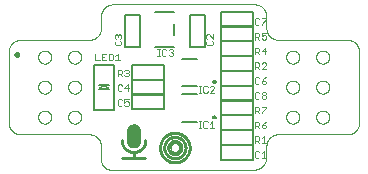
<source format=gto>
G75*
%MOIN*%
%OFA0B0*%
%FSLAX25Y25*%
%IPPOS*%
%LPD*%
%AMOC8*
5,1,8,0,0,1.08239X$1,22.5*
%
%ADD10C,0.00000*%
%ADD11C,0.01000*%
%ADD12C,0.00800*%
%ADD13C,0.00200*%
%ADD14C,0.00500*%
%ADD15C,0.00787*%
%ADD16C,0.00004*%
D10*
X0045791Y0032012D02*
X0045915Y0032010D01*
X0046038Y0032004D01*
X0046162Y0031995D01*
X0046284Y0031981D01*
X0046407Y0031964D01*
X0046529Y0031942D01*
X0046650Y0031917D01*
X0046770Y0031888D01*
X0046889Y0031856D01*
X0047008Y0031819D01*
X0047125Y0031779D01*
X0047240Y0031736D01*
X0047355Y0031688D01*
X0047467Y0031637D01*
X0047578Y0031583D01*
X0047688Y0031525D01*
X0047795Y0031464D01*
X0047901Y0031399D01*
X0048004Y0031331D01*
X0048105Y0031260D01*
X0048204Y0031186D01*
X0048301Y0031109D01*
X0048395Y0031028D01*
X0048486Y0030945D01*
X0048575Y0030859D01*
X0048661Y0030770D01*
X0048744Y0030679D01*
X0048825Y0030585D01*
X0048902Y0030488D01*
X0048976Y0030389D01*
X0049047Y0030288D01*
X0049115Y0030185D01*
X0049180Y0030079D01*
X0049241Y0029972D01*
X0049299Y0029862D01*
X0049353Y0029751D01*
X0049404Y0029639D01*
X0049452Y0029524D01*
X0049495Y0029409D01*
X0049535Y0029292D01*
X0049572Y0029173D01*
X0049604Y0029054D01*
X0049633Y0028934D01*
X0049658Y0028813D01*
X0049680Y0028691D01*
X0049697Y0028568D01*
X0049711Y0028446D01*
X0049720Y0028322D01*
X0049726Y0028199D01*
X0049728Y0028075D01*
X0049728Y0024138D01*
X0049713Y0024023D01*
X0049703Y0023907D01*
X0049696Y0023791D01*
X0049693Y0023675D01*
X0049694Y0023558D01*
X0049699Y0023442D01*
X0049708Y0023326D01*
X0049720Y0023211D01*
X0049737Y0023095D01*
X0049757Y0022981D01*
X0049781Y0022867D01*
X0049809Y0022754D01*
X0049841Y0022642D01*
X0049876Y0022532D01*
X0049915Y0022422D01*
X0049958Y0022314D01*
X0050004Y0022207D01*
X0050054Y0022102D01*
X0050108Y0021999D01*
X0050164Y0021897D01*
X0050224Y0021798D01*
X0050288Y0021700D01*
X0050354Y0021605D01*
X0050424Y0021512D01*
X0050497Y0021421D01*
X0050573Y0021333D01*
X0050652Y0021247D01*
X0050733Y0021164D01*
X0050818Y0021084D01*
X0050904Y0021007D01*
X0050994Y0020933D01*
X0051086Y0020861D01*
X0051180Y0020793D01*
X0051276Y0020728D01*
X0051375Y0020666D01*
X0051476Y0020608D01*
X0051578Y0020553D01*
X0051682Y0020501D01*
X0051788Y0020453D01*
X0051896Y0020409D01*
X0052005Y0020368D01*
X0052115Y0020331D01*
X0052226Y0020297D01*
X0052338Y0020268D01*
X0052452Y0020242D01*
X0052566Y0020219D01*
X0052681Y0020201D01*
X0099925Y0020201D01*
X0100056Y0020189D01*
X0100188Y0020180D01*
X0100320Y0020175D01*
X0100452Y0020174D01*
X0100584Y0020177D01*
X0100716Y0020184D01*
X0100848Y0020195D01*
X0100979Y0020210D01*
X0101110Y0020228D01*
X0101240Y0020251D01*
X0101369Y0020277D01*
X0101498Y0020307D01*
X0101625Y0020341D01*
X0101752Y0020379D01*
X0101877Y0020420D01*
X0102002Y0020465D01*
X0102124Y0020514D01*
X0102245Y0020566D01*
X0102365Y0020622D01*
X0102483Y0020682D01*
X0102599Y0020745D01*
X0102713Y0020811D01*
X0102825Y0020881D01*
X0102935Y0020954D01*
X0103043Y0021030D01*
X0103149Y0021110D01*
X0103252Y0021192D01*
X0103353Y0021278D01*
X0103451Y0021366D01*
X0103546Y0021457D01*
X0103639Y0021552D01*
X0103728Y0021648D01*
X0103815Y0021748D01*
X0103899Y0021850D01*
X0103980Y0021954D01*
X0104058Y0022061D01*
X0104132Y0022170D01*
X0104204Y0022281D01*
X0104272Y0022394D01*
X0104336Y0022510D01*
X0104397Y0022627D01*
X0104455Y0022745D01*
X0104509Y0022866D01*
X0104559Y0022988D01*
X0104606Y0023111D01*
X0104649Y0023236D01*
X0104689Y0023362D01*
X0104725Y0023489D01*
X0104756Y0023618D01*
X0104785Y0023747D01*
X0104809Y0023876D01*
X0104829Y0024007D01*
X0104846Y0024138D01*
X0104846Y0028075D01*
X0104848Y0028199D01*
X0104854Y0028322D01*
X0104863Y0028446D01*
X0104877Y0028568D01*
X0104894Y0028691D01*
X0104916Y0028813D01*
X0104941Y0028934D01*
X0104970Y0029054D01*
X0105002Y0029173D01*
X0105039Y0029292D01*
X0105079Y0029409D01*
X0105122Y0029524D01*
X0105170Y0029639D01*
X0105221Y0029751D01*
X0105275Y0029862D01*
X0105333Y0029972D01*
X0105394Y0030079D01*
X0105459Y0030185D01*
X0105527Y0030288D01*
X0105598Y0030389D01*
X0105672Y0030488D01*
X0105749Y0030585D01*
X0105830Y0030679D01*
X0105913Y0030770D01*
X0105999Y0030859D01*
X0106088Y0030945D01*
X0106179Y0031028D01*
X0106273Y0031109D01*
X0106370Y0031186D01*
X0106469Y0031260D01*
X0106570Y0031331D01*
X0106673Y0031399D01*
X0106779Y0031464D01*
X0106886Y0031525D01*
X0106996Y0031583D01*
X0107107Y0031637D01*
X0107219Y0031688D01*
X0107334Y0031736D01*
X0107449Y0031779D01*
X0107566Y0031819D01*
X0107685Y0031856D01*
X0107804Y0031888D01*
X0107924Y0031917D01*
X0108045Y0031942D01*
X0108167Y0031964D01*
X0108290Y0031981D01*
X0108412Y0031995D01*
X0108536Y0032004D01*
X0108659Y0032010D01*
X0108783Y0032012D01*
X0131815Y0032012D01*
X0131939Y0032014D01*
X0132062Y0032020D01*
X0132186Y0032029D01*
X0132308Y0032043D01*
X0132431Y0032060D01*
X0132553Y0032082D01*
X0132674Y0032107D01*
X0132794Y0032136D01*
X0132913Y0032168D01*
X0133032Y0032205D01*
X0133149Y0032245D01*
X0133264Y0032288D01*
X0133379Y0032336D01*
X0133491Y0032387D01*
X0133602Y0032441D01*
X0133712Y0032499D01*
X0133819Y0032560D01*
X0133925Y0032625D01*
X0134028Y0032693D01*
X0134129Y0032764D01*
X0134228Y0032838D01*
X0134325Y0032915D01*
X0134419Y0032996D01*
X0134510Y0033079D01*
X0134599Y0033165D01*
X0134685Y0033254D01*
X0134768Y0033345D01*
X0134849Y0033439D01*
X0134926Y0033536D01*
X0135000Y0033635D01*
X0135071Y0033736D01*
X0135139Y0033839D01*
X0135204Y0033945D01*
X0135265Y0034052D01*
X0135323Y0034162D01*
X0135377Y0034273D01*
X0135428Y0034385D01*
X0135476Y0034500D01*
X0135519Y0034615D01*
X0135559Y0034732D01*
X0135596Y0034851D01*
X0135628Y0034970D01*
X0135657Y0035090D01*
X0135682Y0035211D01*
X0135704Y0035333D01*
X0135721Y0035456D01*
X0135735Y0035578D01*
X0135744Y0035702D01*
X0135750Y0035825D01*
X0135752Y0035949D01*
X0135752Y0059571D01*
X0135750Y0059695D01*
X0135744Y0059818D01*
X0135735Y0059942D01*
X0135721Y0060064D01*
X0135704Y0060187D01*
X0135682Y0060309D01*
X0135657Y0060430D01*
X0135628Y0060550D01*
X0135596Y0060669D01*
X0135559Y0060788D01*
X0135519Y0060905D01*
X0135476Y0061020D01*
X0135428Y0061135D01*
X0135377Y0061247D01*
X0135323Y0061358D01*
X0135265Y0061468D01*
X0135204Y0061575D01*
X0135139Y0061681D01*
X0135071Y0061784D01*
X0135000Y0061885D01*
X0134926Y0061984D01*
X0134849Y0062081D01*
X0134768Y0062175D01*
X0134685Y0062266D01*
X0134599Y0062355D01*
X0134510Y0062441D01*
X0134419Y0062524D01*
X0134325Y0062605D01*
X0134228Y0062682D01*
X0134129Y0062756D01*
X0134028Y0062827D01*
X0133925Y0062895D01*
X0133819Y0062960D01*
X0133712Y0063021D01*
X0133602Y0063079D01*
X0133491Y0063133D01*
X0133379Y0063184D01*
X0133264Y0063232D01*
X0133149Y0063275D01*
X0133032Y0063315D01*
X0132913Y0063352D01*
X0132794Y0063384D01*
X0132674Y0063413D01*
X0132553Y0063438D01*
X0132431Y0063460D01*
X0132308Y0063477D01*
X0132186Y0063491D01*
X0132062Y0063500D01*
X0131939Y0063506D01*
X0131815Y0063508D01*
X0108783Y0063508D01*
X0108659Y0063510D01*
X0108536Y0063516D01*
X0108412Y0063525D01*
X0108290Y0063539D01*
X0108167Y0063556D01*
X0108045Y0063578D01*
X0107924Y0063603D01*
X0107804Y0063632D01*
X0107685Y0063664D01*
X0107566Y0063701D01*
X0107449Y0063741D01*
X0107334Y0063784D01*
X0107219Y0063832D01*
X0107107Y0063883D01*
X0106996Y0063937D01*
X0106886Y0063995D01*
X0106779Y0064056D01*
X0106673Y0064121D01*
X0106570Y0064189D01*
X0106469Y0064260D01*
X0106370Y0064334D01*
X0106273Y0064411D01*
X0106179Y0064492D01*
X0106088Y0064575D01*
X0105999Y0064661D01*
X0105913Y0064750D01*
X0105830Y0064841D01*
X0105749Y0064935D01*
X0105672Y0065032D01*
X0105598Y0065131D01*
X0105527Y0065232D01*
X0105459Y0065335D01*
X0105394Y0065441D01*
X0105333Y0065548D01*
X0105275Y0065658D01*
X0105221Y0065769D01*
X0105170Y0065881D01*
X0105122Y0065996D01*
X0105079Y0066111D01*
X0105039Y0066228D01*
X0105002Y0066347D01*
X0104970Y0066466D01*
X0104941Y0066586D01*
X0104916Y0066707D01*
X0104894Y0066829D01*
X0104877Y0066952D01*
X0104863Y0067074D01*
X0104854Y0067198D01*
X0104848Y0067321D01*
X0104846Y0067445D01*
X0104846Y0071382D01*
X0104844Y0071506D01*
X0104838Y0071629D01*
X0104829Y0071753D01*
X0104815Y0071875D01*
X0104798Y0071998D01*
X0104776Y0072120D01*
X0104751Y0072241D01*
X0104722Y0072361D01*
X0104690Y0072480D01*
X0104653Y0072599D01*
X0104613Y0072716D01*
X0104570Y0072831D01*
X0104522Y0072946D01*
X0104471Y0073058D01*
X0104417Y0073169D01*
X0104359Y0073279D01*
X0104298Y0073386D01*
X0104233Y0073492D01*
X0104165Y0073595D01*
X0104094Y0073696D01*
X0104020Y0073795D01*
X0103943Y0073892D01*
X0103862Y0073986D01*
X0103779Y0074077D01*
X0103693Y0074166D01*
X0103604Y0074252D01*
X0103513Y0074335D01*
X0103419Y0074416D01*
X0103322Y0074493D01*
X0103223Y0074567D01*
X0103122Y0074638D01*
X0103019Y0074706D01*
X0102913Y0074771D01*
X0102806Y0074832D01*
X0102696Y0074890D01*
X0102585Y0074944D01*
X0102473Y0074995D01*
X0102358Y0075043D01*
X0102243Y0075086D01*
X0102126Y0075126D01*
X0102007Y0075163D01*
X0101888Y0075195D01*
X0101768Y0075224D01*
X0101647Y0075249D01*
X0101525Y0075271D01*
X0101402Y0075288D01*
X0101280Y0075302D01*
X0101156Y0075311D01*
X0101033Y0075317D01*
X0100909Y0075319D01*
X0053665Y0075319D01*
X0053541Y0075317D01*
X0053418Y0075311D01*
X0053294Y0075302D01*
X0053172Y0075288D01*
X0053049Y0075271D01*
X0052927Y0075249D01*
X0052806Y0075224D01*
X0052686Y0075195D01*
X0052567Y0075163D01*
X0052448Y0075126D01*
X0052331Y0075086D01*
X0052216Y0075043D01*
X0052101Y0074995D01*
X0051989Y0074944D01*
X0051878Y0074890D01*
X0051768Y0074832D01*
X0051661Y0074771D01*
X0051555Y0074706D01*
X0051452Y0074638D01*
X0051351Y0074567D01*
X0051252Y0074493D01*
X0051155Y0074416D01*
X0051061Y0074335D01*
X0050970Y0074252D01*
X0050881Y0074166D01*
X0050795Y0074077D01*
X0050712Y0073986D01*
X0050631Y0073892D01*
X0050554Y0073795D01*
X0050480Y0073696D01*
X0050409Y0073595D01*
X0050341Y0073492D01*
X0050276Y0073386D01*
X0050215Y0073279D01*
X0050157Y0073169D01*
X0050103Y0073058D01*
X0050052Y0072946D01*
X0050004Y0072831D01*
X0049961Y0072716D01*
X0049921Y0072599D01*
X0049884Y0072480D01*
X0049852Y0072361D01*
X0049823Y0072241D01*
X0049798Y0072120D01*
X0049776Y0071998D01*
X0049759Y0071875D01*
X0049745Y0071753D01*
X0049736Y0071629D01*
X0049730Y0071506D01*
X0049728Y0071382D01*
X0049728Y0067445D01*
X0049726Y0067321D01*
X0049720Y0067198D01*
X0049711Y0067074D01*
X0049697Y0066952D01*
X0049680Y0066829D01*
X0049658Y0066707D01*
X0049633Y0066586D01*
X0049604Y0066466D01*
X0049572Y0066347D01*
X0049535Y0066228D01*
X0049495Y0066111D01*
X0049452Y0065996D01*
X0049404Y0065881D01*
X0049353Y0065769D01*
X0049299Y0065658D01*
X0049241Y0065548D01*
X0049180Y0065441D01*
X0049115Y0065335D01*
X0049047Y0065232D01*
X0048976Y0065131D01*
X0048902Y0065032D01*
X0048825Y0064935D01*
X0048744Y0064841D01*
X0048661Y0064750D01*
X0048575Y0064661D01*
X0048486Y0064575D01*
X0048395Y0064492D01*
X0048301Y0064411D01*
X0048204Y0064334D01*
X0048105Y0064260D01*
X0048004Y0064189D01*
X0047901Y0064121D01*
X0047795Y0064056D01*
X0047688Y0063995D01*
X0047578Y0063937D01*
X0047467Y0063883D01*
X0047355Y0063832D01*
X0047240Y0063784D01*
X0047125Y0063741D01*
X0047008Y0063701D01*
X0046889Y0063664D01*
X0046770Y0063632D01*
X0046650Y0063603D01*
X0046529Y0063578D01*
X0046407Y0063556D01*
X0046284Y0063539D01*
X0046162Y0063525D01*
X0046038Y0063516D01*
X0045915Y0063510D01*
X0045791Y0063508D01*
X0022898Y0063508D01*
X0022774Y0063506D01*
X0022651Y0063500D01*
X0022527Y0063491D01*
X0022405Y0063477D01*
X0022282Y0063460D01*
X0022160Y0063438D01*
X0022039Y0063413D01*
X0021919Y0063384D01*
X0021800Y0063352D01*
X0021681Y0063315D01*
X0021564Y0063275D01*
X0021449Y0063232D01*
X0021334Y0063184D01*
X0021222Y0063133D01*
X0021111Y0063079D01*
X0021001Y0063021D01*
X0020894Y0062960D01*
X0020788Y0062895D01*
X0020685Y0062827D01*
X0020584Y0062756D01*
X0020485Y0062682D01*
X0020388Y0062605D01*
X0020294Y0062524D01*
X0020203Y0062441D01*
X0020114Y0062355D01*
X0020028Y0062266D01*
X0019945Y0062175D01*
X0019864Y0062081D01*
X0019787Y0061984D01*
X0019713Y0061885D01*
X0019642Y0061784D01*
X0019574Y0061681D01*
X0019509Y0061575D01*
X0019448Y0061468D01*
X0019390Y0061358D01*
X0019336Y0061247D01*
X0019285Y0061135D01*
X0019237Y0061020D01*
X0019194Y0060905D01*
X0019154Y0060788D01*
X0019117Y0060669D01*
X0019085Y0060550D01*
X0019056Y0060430D01*
X0019031Y0060309D01*
X0019009Y0060187D01*
X0018992Y0060064D01*
X0018978Y0059942D01*
X0018969Y0059818D01*
X0018963Y0059695D01*
X0018961Y0059571D01*
X0018961Y0035949D01*
X0018963Y0035825D01*
X0018969Y0035702D01*
X0018978Y0035578D01*
X0018992Y0035456D01*
X0019009Y0035333D01*
X0019031Y0035211D01*
X0019056Y0035090D01*
X0019085Y0034970D01*
X0019117Y0034851D01*
X0019154Y0034732D01*
X0019194Y0034615D01*
X0019237Y0034500D01*
X0019285Y0034385D01*
X0019336Y0034273D01*
X0019390Y0034162D01*
X0019448Y0034052D01*
X0019509Y0033945D01*
X0019574Y0033839D01*
X0019642Y0033736D01*
X0019713Y0033635D01*
X0019787Y0033536D01*
X0019864Y0033439D01*
X0019945Y0033345D01*
X0020028Y0033254D01*
X0020114Y0033165D01*
X0020203Y0033079D01*
X0020294Y0032996D01*
X0020388Y0032915D01*
X0020485Y0032838D01*
X0020584Y0032764D01*
X0020685Y0032693D01*
X0020788Y0032625D01*
X0020894Y0032560D01*
X0021001Y0032499D01*
X0021111Y0032441D01*
X0021222Y0032387D01*
X0021334Y0032336D01*
X0021449Y0032288D01*
X0021564Y0032245D01*
X0021681Y0032205D01*
X0021800Y0032168D01*
X0021919Y0032136D01*
X0022039Y0032107D01*
X0022160Y0032082D01*
X0022282Y0032060D01*
X0022405Y0032043D01*
X0022527Y0032029D01*
X0022651Y0032020D01*
X0022774Y0032014D01*
X0022898Y0032012D01*
X0045791Y0032012D01*
X0038784Y0037760D02*
X0038786Y0037853D01*
X0038792Y0037945D01*
X0038802Y0038037D01*
X0038816Y0038128D01*
X0038833Y0038219D01*
X0038855Y0038309D01*
X0038880Y0038398D01*
X0038909Y0038486D01*
X0038942Y0038572D01*
X0038979Y0038657D01*
X0039019Y0038741D01*
X0039063Y0038822D01*
X0039110Y0038902D01*
X0039160Y0038980D01*
X0039214Y0039055D01*
X0039271Y0039128D01*
X0039331Y0039198D01*
X0039394Y0039266D01*
X0039460Y0039331D01*
X0039528Y0039393D01*
X0039599Y0039453D01*
X0039673Y0039509D01*
X0039749Y0039562D01*
X0039827Y0039611D01*
X0039907Y0039658D01*
X0039989Y0039700D01*
X0040073Y0039740D01*
X0040158Y0039775D01*
X0040245Y0039807D01*
X0040333Y0039836D01*
X0040422Y0039860D01*
X0040512Y0039881D01*
X0040603Y0039897D01*
X0040695Y0039910D01*
X0040787Y0039919D01*
X0040880Y0039924D01*
X0040972Y0039925D01*
X0041065Y0039922D01*
X0041157Y0039915D01*
X0041249Y0039904D01*
X0041340Y0039889D01*
X0041431Y0039871D01*
X0041521Y0039848D01*
X0041609Y0039822D01*
X0041697Y0039792D01*
X0041783Y0039758D01*
X0041867Y0039721D01*
X0041950Y0039679D01*
X0042031Y0039635D01*
X0042111Y0039587D01*
X0042188Y0039536D01*
X0042262Y0039481D01*
X0042335Y0039423D01*
X0042405Y0039363D01*
X0042472Y0039299D01*
X0042536Y0039233D01*
X0042598Y0039163D01*
X0042656Y0039092D01*
X0042711Y0039018D01*
X0042763Y0038941D01*
X0042812Y0038862D01*
X0042858Y0038782D01*
X0042900Y0038699D01*
X0042938Y0038615D01*
X0042973Y0038529D01*
X0043004Y0038442D01*
X0043031Y0038354D01*
X0043054Y0038264D01*
X0043074Y0038174D01*
X0043090Y0038083D01*
X0043102Y0037991D01*
X0043110Y0037899D01*
X0043114Y0037806D01*
X0043114Y0037714D01*
X0043110Y0037621D01*
X0043102Y0037529D01*
X0043090Y0037437D01*
X0043074Y0037346D01*
X0043054Y0037256D01*
X0043031Y0037166D01*
X0043004Y0037078D01*
X0042973Y0036991D01*
X0042938Y0036905D01*
X0042900Y0036821D01*
X0042858Y0036738D01*
X0042812Y0036658D01*
X0042763Y0036579D01*
X0042711Y0036502D01*
X0042656Y0036428D01*
X0042598Y0036357D01*
X0042536Y0036287D01*
X0042472Y0036221D01*
X0042405Y0036157D01*
X0042335Y0036097D01*
X0042262Y0036039D01*
X0042188Y0035984D01*
X0042111Y0035933D01*
X0042032Y0035885D01*
X0041950Y0035841D01*
X0041867Y0035799D01*
X0041783Y0035762D01*
X0041697Y0035728D01*
X0041609Y0035698D01*
X0041521Y0035672D01*
X0041431Y0035649D01*
X0041340Y0035631D01*
X0041249Y0035616D01*
X0041157Y0035605D01*
X0041065Y0035598D01*
X0040972Y0035595D01*
X0040880Y0035596D01*
X0040787Y0035601D01*
X0040695Y0035610D01*
X0040603Y0035623D01*
X0040512Y0035639D01*
X0040422Y0035660D01*
X0040333Y0035684D01*
X0040245Y0035713D01*
X0040158Y0035745D01*
X0040073Y0035780D01*
X0039989Y0035820D01*
X0039907Y0035862D01*
X0039827Y0035909D01*
X0039749Y0035958D01*
X0039673Y0036011D01*
X0039599Y0036067D01*
X0039528Y0036127D01*
X0039460Y0036189D01*
X0039394Y0036254D01*
X0039331Y0036322D01*
X0039271Y0036392D01*
X0039214Y0036465D01*
X0039160Y0036540D01*
X0039110Y0036618D01*
X0039063Y0036698D01*
X0039019Y0036779D01*
X0038979Y0036863D01*
X0038942Y0036948D01*
X0038909Y0037034D01*
X0038880Y0037122D01*
X0038855Y0037211D01*
X0038833Y0037301D01*
X0038816Y0037392D01*
X0038802Y0037483D01*
X0038792Y0037575D01*
X0038786Y0037667D01*
X0038784Y0037760D01*
X0028784Y0037760D02*
X0028786Y0037853D01*
X0028792Y0037945D01*
X0028802Y0038037D01*
X0028816Y0038128D01*
X0028833Y0038219D01*
X0028855Y0038309D01*
X0028880Y0038398D01*
X0028909Y0038486D01*
X0028942Y0038572D01*
X0028979Y0038657D01*
X0029019Y0038741D01*
X0029063Y0038822D01*
X0029110Y0038902D01*
X0029160Y0038980D01*
X0029214Y0039055D01*
X0029271Y0039128D01*
X0029331Y0039198D01*
X0029394Y0039266D01*
X0029460Y0039331D01*
X0029528Y0039393D01*
X0029599Y0039453D01*
X0029673Y0039509D01*
X0029749Y0039562D01*
X0029827Y0039611D01*
X0029907Y0039658D01*
X0029989Y0039700D01*
X0030073Y0039740D01*
X0030158Y0039775D01*
X0030245Y0039807D01*
X0030333Y0039836D01*
X0030422Y0039860D01*
X0030512Y0039881D01*
X0030603Y0039897D01*
X0030695Y0039910D01*
X0030787Y0039919D01*
X0030880Y0039924D01*
X0030972Y0039925D01*
X0031065Y0039922D01*
X0031157Y0039915D01*
X0031249Y0039904D01*
X0031340Y0039889D01*
X0031431Y0039871D01*
X0031521Y0039848D01*
X0031609Y0039822D01*
X0031697Y0039792D01*
X0031783Y0039758D01*
X0031867Y0039721D01*
X0031950Y0039679D01*
X0032031Y0039635D01*
X0032111Y0039587D01*
X0032188Y0039536D01*
X0032262Y0039481D01*
X0032335Y0039423D01*
X0032405Y0039363D01*
X0032472Y0039299D01*
X0032536Y0039233D01*
X0032598Y0039163D01*
X0032656Y0039092D01*
X0032711Y0039018D01*
X0032763Y0038941D01*
X0032812Y0038862D01*
X0032858Y0038782D01*
X0032900Y0038699D01*
X0032938Y0038615D01*
X0032973Y0038529D01*
X0033004Y0038442D01*
X0033031Y0038354D01*
X0033054Y0038264D01*
X0033074Y0038174D01*
X0033090Y0038083D01*
X0033102Y0037991D01*
X0033110Y0037899D01*
X0033114Y0037806D01*
X0033114Y0037714D01*
X0033110Y0037621D01*
X0033102Y0037529D01*
X0033090Y0037437D01*
X0033074Y0037346D01*
X0033054Y0037256D01*
X0033031Y0037166D01*
X0033004Y0037078D01*
X0032973Y0036991D01*
X0032938Y0036905D01*
X0032900Y0036821D01*
X0032858Y0036738D01*
X0032812Y0036658D01*
X0032763Y0036579D01*
X0032711Y0036502D01*
X0032656Y0036428D01*
X0032598Y0036357D01*
X0032536Y0036287D01*
X0032472Y0036221D01*
X0032405Y0036157D01*
X0032335Y0036097D01*
X0032262Y0036039D01*
X0032188Y0035984D01*
X0032111Y0035933D01*
X0032032Y0035885D01*
X0031950Y0035841D01*
X0031867Y0035799D01*
X0031783Y0035762D01*
X0031697Y0035728D01*
X0031609Y0035698D01*
X0031521Y0035672D01*
X0031431Y0035649D01*
X0031340Y0035631D01*
X0031249Y0035616D01*
X0031157Y0035605D01*
X0031065Y0035598D01*
X0030972Y0035595D01*
X0030880Y0035596D01*
X0030787Y0035601D01*
X0030695Y0035610D01*
X0030603Y0035623D01*
X0030512Y0035639D01*
X0030422Y0035660D01*
X0030333Y0035684D01*
X0030245Y0035713D01*
X0030158Y0035745D01*
X0030073Y0035780D01*
X0029989Y0035820D01*
X0029907Y0035862D01*
X0029827Y0035909D01*
X0029749Y0035958D01*
X0029673Y0036011D01*
X0029599Y0036067D01*
X0029528Y0036127D01*
X0029460Y0036189D01*
X0029394Y0036254D01*
X0029331Y0036322D01*
X0029271Y0036392D01*
X0029214Y0036465D01*
X0029160Y0036540D01*
X0029110Y0036618D01*
X0029063Y0036698D01*
X0029019Y0036779D01*
X0028979Y0036863D01*
X0028942Y0036948D01*
X0028909Y0037034D01*
X0028880Y0037122D01*
X0028855Y0037211D01*
X0028833Y0037301D01*
X0028816Y0037392D01*
X0028802Y0037483D01*
X0028792Y0037575D01*
X0028786Y0037667D01*
X0028784Y0037760D01*
X0028784Y0047760D02*
X0028786Y0047853D01*
X0028792Y0047945D01*
X0028802Y0048037D01*
X0028816Y0048128D01*
X0028833Y0048219D01*
X0028855Y0048309D01*
X0028880Y0048398D01*
X0028909Y0048486D01*
X0028942Y0048572D01*
X0028979Y0048657D01*
X0029019Y0048741D01*
X0029063Y0048822D01*
X0029110Y0048902D01*
X0029160Y0048980D01*
X0029214Y0049055D01*
X0029271Y0049128D01*
X0029331Y0049198D01*
X0029394Y0049266D01*
X0029460Y0049331D01*
X0029528Y0049393D01*
X0029599Y0049453D01*
X0029673Y0049509D01*
X0029749Y0049562D01*
X0029827Y0049611D01*
X0029907Y0049658D01*
X0029989Y0049700D01*
X0030073Y0049740D01*
X0030158Y0049775D01*
X0030245Y0049807D01*
X0030333Y0049836D01*
X0030422Y0049860D01*
X0030512Y0049881D01*
X0030603Y0049897D01*
X0030695Y0049910D01*
X0030787Y0049919D01*
X0030880Y0049924D01*
X0030972Y0049925D01*
X0031065Y0049922D01*
X0031157Y0049915D01*
X0031249Y0049904D01*
X0031340Y0049889D01*
X0031431Y0049871D01*
X0031521Y0049848D01*
X0031609Y0049822D01*
X0031697Y0049792D01*
X0031783Y0049758D01*
X0031867Y0049721D01*
X0031950Y0049679D01*
X0032031Y0049635D01*
X0032111Y0049587D01*
X0032188Y0049536D01*
X0032262Y0049481D01*
X0032335Y0049423D01*
X0032405Y0049363D01*
X0032472Y0049299D01*
X0032536Y0049233D01*
X0032598Y0049163D01*
X0032656Y0049092D01*
X0032711Y0049018D01*
X0032763Y0048941D01*
X0032812Y0048862D01*
X0032858Y0048782D01*
X0032900Y0048699D01*
X0032938Y0048615D01*
X0032973Y0048529D01*
X0033004Y0048442D01*
X0033031Y0048354D01*
X0033054Y0048264D01*
X0033074Y0048174D01*
X0033090Y0048083D01*
X0033102Y0047991D01*
X0033110Y0047899D01*
X0033114Y0047806D01*
X0033114Y0047714D01*
X0033110Y0047621D01*
X0033102Y0047529D01*
X0033090Y0047437D01*
X0033074Y0047346D01*
X0033054Y0047256D01*
X0033031Y0047166D01*
X0033004Y0047078D01*
X0032973Y0046991D01*
X0032938Y0046905D01*
X0032900Y0046821D01*
X0032858Y0046738D01*
X0032812Y0046658D01*
X0032763Y0046579D01*
X0032711Y0046502D01*
X0032656Y0046428D01*
X0032598Y0046357D01*
X0032536Y0046287D01*
X0032472Y0046221D01*
X0032405Y0046157D01*
X0032335Y0046097D01*
X0032262Y0046039D01*
X0032188Y0045984D01*
X0032111Y0045933D01*
X0032032Y0045885D01*
X0031950Y0045841D01*
X0031867Y0045799D01*
X0031783Y0045762D01*
X0031697Y0045728D01*
X0031609Y0045698D01*
X0031521Y0045672D01*
X0031431Y0045649D01*
X0031340Y0045631D01*
X0031249Y0045616D01*
X0031157Y0045605D01*
X0031065Y0045598D01*
X0030972Y0045595D01*
X0030880Y0045596D01*
X0030787Y0045601D01*
X0030695Y0045610D01*
X0030603Y0045623D01*
X0030512Y0045639D01*
X0030422Y0045660D01*
X0030333Y0045684D01*
X0030245Y0045713D01*
X0030158Y0045745D01*
X0030073Y0045780D01*
X0029989Y0045820D01*
X0029907Y0045862D01*
X0029827Y0045909D01*
X0029749Y0045958D01*
X0029673Y0046011D01*
X0029599Y0046067D01*
X0029528Y0046127D01*
X0029460Y0046189D01*
X0029394Y0046254D01*
X0029331Y0046322D01*
X0029271Y0046392D01*
X0029214Y0046465D01*
X0029160Y0046540D01*
X0029110Y0046618D01*
X0029063Y0046698D01*
X0029019Y0046779D01*
X0028979Y0046863D01*
X0028942Y0046948D01*
X0028909Y0047034D01*
X0028880Y0047122D01*
X0028855Y0047211D01*
X0028833Y0047301D01*
X0028816Y0047392D01*
X0028802Y0047483D01*
X0028792Y0047575D01*
X0028786Y0047667D01*
X0028784Y0047760D01*
X0038784Y0047760D02*
X0038786Y0047853D01*
X0038792Y0047945D01*
X0038802Y0048037D01*
X0038816Y0048128D01*
X0038833Y0048219D01*
X0038855Y0048309D01*
X0038880Y0048398D01*
X0038909Y0048486D01*
X0038942Y0048572D01*
X0038979Y0048657D01*
X0039019Y0048741D01*
X0039063Y0048822D01*
X0039110Y0048902D01*
X0039160Y0048980D01*
X0039214Y0049055D01*
X0039271Y0049128D01*
X0039331Y0049198D01*
X0039394Y0049266D01*
X0039460Y0049331D01*
X0039528Y0049393D01*
X0039599Y0049453D01*
X0039673Y0049509D01*
X0039749Y0049562D01*
X0039827Y0049611D01*
X0039907Y0049658D01*
X0039989Y0049700D01*
X0040073Y0049740D01*
X0040158Y0049775D01*
X0040245Y0049807D01*
X0040333Y0049836D01*
X0040422Y0049860D01*
X0040512Y0049881D01*
X0040603Y0049897D01*
X0040695Y0049910D01*
X0040787Y0049919D01*
X0040880Y0049924D01*
X0040972Y0049925D01*
X0041065Y0049922D01*
X0041157Y0049915D01*
X0041249Y0049904D01*
X0041340Y0049889D01*
X0041431Y0049871D01*
X0041521Y0049848D01*
X0041609Y0049822D01*
X0041697Y0049792D01*
X0041783Y0049758D01*
X0041867Y0049721D01*
X0041950Y0049679D01*
X0042031Y0049635D01*
X0042111Y0049587D01*
X0042188Y0049536D01*
X0042262Y0049481D01*
X0042335Y0049423D01*
X0042405Y0049363D01*
X0042472Y0049299D01*
X0042536Y0049233D01*
X0042598Y0049163D01*
X0042656Y0049092D01*
X0042711Y0049018D01*
X0042763Y0048941D01*
X0042812Y0048862D01*
X0042858Y0048782D01*
X0042900Y0048699D01*
X0042938Y0048615D01*
X0042973Y0048529D01*
X0043004Y0048442D01*
X0043031Y0048354D01*
X0043054Y0048264D01*
X0043074Y0048174D01*
X0043090Y0048083D01*
X0043102Y0047991D01*
X0043110Y0047899D01*
X0043114Y0047806D01*
X0043114Y0047714D01*
X0043110Y0047621D01*
X0043102Y0047529D01*
X0043090Y0047437D01*
X0043074Y0047346D01*
X0043054Y0047256D01*
X0043031Y0047166D01*
X0043004Y0047078D01*
X0042973Y0046991D01*
X0042938Y0046905D01*
X0042900Y0046821D01*
X0042858Y0046738D01*
X0042812Y0046658D01*
X0042763Y0046579D01*
X0042711Y0046502D01*
X0042656Y0046428D01*
X0042598Y0046357D01*
X0042536Y0046287D01*
X0042472Y0046221D01*
X0042405Y0046157D01*
X0042335Y0046097D01*
X0042262Y0046039D01*
X0042188Y0045984D01*
X0042111Y0045933D01*
X0042032Y0045885D01*
X0041950Y0045841D01*
X0041867Y0045799D01*
X0041783Y0045762D01*
X0041697Y0045728D01*
X0041609Y0045698D01*
X0041521Y0045672D01*
X0041431Y0045649D01*
X0041340Y0045631D01*
X0041249Y0045616D01*
X0041157Y0045605D01*
X0041065Y0045598D01*
X0040972Y0045595D01*
X0040880Y0045596D01*
X0040787Y0045601D01*
X0040695Y0045610D01*
X0040603Y0045623D01*
X0040512Y0045639D01*
X0040422Y0045660D01*
X0040333Y0045684D01*
X0040245Y0045713D01*
X0040158Y0045745D01*
X0040073Y0045780D01*
X0039989Y0045820D01*
X0039907Y0045862D01*
X0039827Y0045909D01*
X0039749Y0045958D01*
X0039673Y0046011D01*
X0039599Y0046067D01*
X0039528Y0046127D01*
X0039460Y0046189D01*
X0039394Y0046254D01*
X0039331Y0046322D01*
X0039271Y0046392D01*
X0039214Y0046465D01*
X0039160Y0046540D01*
X0039110Y0046618D01*
X0039063Y0046698D01*
X0039019Y0046779D01*
X0038979Y0046863D01*
X0038942Y0046948D01*
X0038909Y0047034D01*
X0038880Y0047122D01*
X0038855Y0047211D01*
X0038833Y0047301D01*
X0038816Y0047392D01*
X0038802Y0047483D01*
X0038792Y0047575D01*
X0038786Y0047667D01*
X0038784Y0047760D01*
X0038784Y0057760D02*
X0038786Y0057853D01*
X0038792Y0057945D01*
X0038802Y0058037D01*
X0038816Y0058128D01*
X0038833Y0058219D01*
X0038855Y0058309D01*
X0038880Y0058398D01*
X0038909Y0058486D01*
X0038942Y0058572D01*
X0038979Y0058657D01*
X0039019Y0058741D01*
X0039063Y0058822D01*
X0039110Y0058902D01*
X0039160Y0058980D01*
X0039214Y0059055D01*
X0039271Y0059128D01*
X0039331Y0059198D01*
X0039394Y0059266D01*
X0039460Y0059331D01*
X0039528Y0059393D01*
X0039599Y0059453D01*
X0039673Y0059509D01*
X0039749Y0059562D01*
X0039827Y0059611D01*
X0039907Y0059658D01*
X0039989Y0059700D01*
X0040073Y0059740D01*
X0040158Y0059775D01*
X0040245Y0059807D01*
X0040333Y0059836D01*
X0040422Y0059860D01*
X0040512Y0059881D01*
X0040603Y0059897D01*
X0040695Y0059910D01*
X0040787Y0059919D01*
X0040880Y0059924D01*
X0040972Y0059925D01*
X0041065Y0059922D01*
X0041157Y0059915D01*
X0041249Y0059904D01*
X0041340Y0059889D01*
X0041431Y0059871D01*
X0041521Y0059848D01*
X0041609Y0059822D01*
X0041697Y0059792D01*
X0041783Y0059758D01*
X0041867Y0059721D01*
X0041950Y0059679D01*
X0042031Y0059635D01*
X0042111Y0059587D01*
X0042188Y0059536D01*
X0042262Y0059481D01*
X0042335Y0059423D01*
X0042405Y0059363D01*
X0042472Y0059299D01*
X0042536Y0059233D01*
X0042598Y0059163D01*
X0042656Y0059092D01*
X0042711Y0059018D01*
X0042763Y0058941D01*
X0042812Y0058862D01*
X0042858Y0058782D01*
X0042900Y0058699D01*
X0042938Y0058615D01*
X0042973Y0058529D01*
X0043004Y0058442D01*
X0043031Y0058354D01*
X0043054Y0058264D01*
X0043074Y0058174D01*
X0043090Y0058083D01*
X0043102Y0057991D01*
X0043110Y0057899D01*
X0043114Y0057806D01*
X0043114Y0057714D01*
X0043110Y0057621D01*
X0043102Y0057529D01*
X0043090Y0057437D01*
X0043074Y0057346D01*
X0043054Y0057256D01*
X0043031Y0057166D01*
X0043004Y0057078D01*
X0042973Y0056991D01*
X0042938Y0056905D01*
X0042900Y0056821D01*
X0042858Y0056738D01*
X0042812Y0056658D01*
X0042763Y0056579D01*
X0042711Y0056502D01*
X0042656Y0056428D01*
X0042598Y0056357D01*
X0042536Y0056287D01*
X0042472Y0056221D01*
X0042405Y0056157D01*
X0042335Y0056097D01*
X0042262Y0056039D01*
X0042188Y0055984D01*
X0042111Y0055933D01*
X0042032Y0055885D01*
X0041950Y0055841D01*
X0041867Y0055799D01*
X0041783Y0055762D01*
X0041697Y0055728D01*
X0041609Y0055698D01*
X0041521Y0055672D01*
X0041431Y0055649D01*
X0041340Y0055631D01*
X0041249Y0055616D01*
X0041157Y0055605D01*
X0041065Y0055598D01*
X0040972Y0055595D01*
X0040880Y0055596D01*
X0040787Y0055601D01*
X0040695Y0055610D01*
X0040603Y0055623D01*
X0040512Y0055639D01*
X0040422Y0055660D01*
X0040333Y0055684D01*
X0040245Y0055713D01*
X0040158Y0055745D01*
X0040073Y0055780D01*
X0039989Y0055820D01*
X0039907Y0055862D01*
X0039827Y0055909D01*
X0039749Y0055958D01*
X0039673Y0056011D01*
X0039599Y0056067D01*
X0039528Y0056127D01*
X0039460Y0056189D01*
X0039394Y0056254D01*
X0039331Y0056322D01*
X0039271Y0056392D01*
X0039214Y0056465D01*
X0039160Y0056540D01*
X0039110Y0056618D01*
X0039063Y0056698D01*
X0039019Y0056779D01*
X0038979Y0056863D01*
X0038942Y0056948D01*
X0038909Y0057034D01*
X0038880Y0057122D01*
X0038855Y0057211D01*
X0038833Y0057301D01*
X0038816Y0057392D01*
X0038802Y0057483D01*
X0038792Y0057575D01*
X0038786Y0057667D01*
X0038784Y0057760D01*
X0028784Y0057760D02*
X0028786Y0057853D01*
X0028792Y0057945D01*
X0028802Y0058037D01*
X0028816Y0058128D01*
X0028833Y0058219D01*
X0028855Y0058309D01*
X0028880Y0058398D01*
X0028909Y0058486D01*
X0028942Y0058572D01*
X0028979Y0058657D01*
X0029019Y0058741D01*
X0029063Y0058822D01*
X0029110Y0058902D01*
X0029160Y0058980D01*
X0029214Y0059055D01*
X0029271Y0059128D01*
X0029331Y0059198D01*
X0029394Y0059266D01*
X0029460Y0059331D01*
X0029528Y0059393D01*
X0029599Y0059453D01*
X0029673Y0059509D01*
X0029749Y0059562D01*
X0029827Y0059611D01*
X0029907Y0059658D01*
X0029989Y0059700D01*
X0030073Y0059740D01*
X0030158Y0059775D01*
X0030245Y0059807D01*
X0030333Y0059836D01*
X0030422Y0059860D01*
X0030512Y0059881D01*
X0030603Y0059897D01*
X0030695Y0059910D01*
X0030787Y0059919D01*
X0030880Y0059924D01*
X0030972Y0059925D01*
X0031065Y0059922D01*
X0031157Y0059915D01*
X0031249Y0059904D01*
X0031340Y0059889D01*
X0031431Y0059871D01*
X0031521Y0059848D01*
X0031609Y0059822D01*
X0031697Y0059792D01*
X0031783Y0059758D01*
X0031867Y0059721D01*
X0031950Y0059679D01*
X0032031Y0059635D01*
X0032111Y0059587D01*
X0032188Y0059536D01*
X0032262Y0059481D01*
X0032335Y0059423D01*
X0032405Y0059363D01*
X0032472Y0059299D01*
X0032536Y0059233D01*
X0032598Y0059163D01*
X0032656Y0059092D01*
X0032711Y0059018D01*
X0032763Y0058941D01*
X0032812Y0058862D01*
X0032858Y0058782D01*
X0032900Y0058699D01*
X0032938Y0058615D01*
X0032973Y0058529D01*
X0033004Y0058442D01*
X0033031Y0058354D01*
X0033054Y0058264D01*
X0033074Y0058174D01*
X0033090Y0058083D01*
X0033102Y0057991D01*
X0033110Y0057899D01*
X0033114Y0057806D01*
X0033114Y0057714D01*
X0033110Y0057621D01*
X0033102Y0057529D01*
X0033090Y0057437D01*
X0033074Y0057346D01*
X0033054Y0057256D01*
X0033031Y0057166D01*
X0033004Y0057078D01*
X0032973Y0056991D01*
X0032938Y0056905D01*
X0032900Y0056821D01*
X0032858Y0056738D01*
X0032812Y0056658D01*
X0032763Y0056579D01*
X0032711Y0056502D01*
X0032656Y0056428D01*
X0032598Y0056357D01*
X0032536Y0056287D01*
X0032472Y0056221D01*
X0032405Y0056157D01*
X0032335Y0056097D01*
X0032262Y0056039D01*
X0032188Y0055984D01*
X0032111Y0055933D01*
X0032032Y0055885D01*
X0031950Y0055841D01*
X0031867Y0055799D01*
X0031783Y0055762D01*
X0031697Y0055728D01*
X0031609Y0055698D01*
X0031521Y0055672D01*
X0031431Y0055649D01*
X0031340Y0055631D01*
X0031249Y0055616D01*
X0031157Y0055605D01*
X0031065Y0055598D01*
X0030972Y0055595D01*
X0030880Y0055596D01*
X0030787Y0055601D01*
X0030695Y0055610D01*
X0030603Y0055623D01*
X0030512Y0055639D01*
X0030422Y0055660D01*
X0030333Y0055684D01*
X0030245Y0055713D01*
X0030158Y0055745D01*
X0030073Y0055780D01*
X0029989Y0055820D01*
X0029907Y0055862D01*
X0029827Y0055909D01*
X0029749Y0055958D01*
X0029673Y0056011D01*
X0029599Y0056067D01*
X0029528Y0056127D01*
X0029460Y0056189D01*
X0029394Y0056254D01*
X0029331Y0056322D01*
X0029271Y0056392D01*
X0029214Y0056465D01*
X0029160Y0056540D01*
X0029110Y0056618D01*
X0029063Y0056698D01*
X0029019Y0056779D01*
X0028979Y0056863D01*
X0028942Y0056948D01*
X0028909Y0057034D01*
X0028880Y0057122D01*
X0028855Y0057211D01*
X0028833Y0057301D01*
X0028816Y0057392D01*
X0028802Y0057483D01*
X0028792Y0057575D01*
X0028786Y0057667D01*
X0028784Y0057760D01*
X0111461Y0057760D02*
X0111463Y0057853D01*
X0111469Y0057945D01*
X0111479Y0058037D01*
X0111493Y0058128D01*
X0111510Y0058219D01*
X0111532Y0058309D01*
X0111557Y0058398D01*
X0111586Y0058486D01*
X0111619Y0058572D01*
X0111656Y0058657D01*
X0111696Y0058741D01*
X0111740Y0058822D01*
X0111787Y0058902D01*
X0111837Y0058980D01*
X0111891Y0059055D01*
X0111948Y0059128D01*
X0112008Y0059198D01*
X0112071Y0059266D01*
X0112137Y0059331D01*
X0112205Y0059393D01*
X0112276Y0059453D01*
X0112350Y0059509D01*
X0112426Y0059562D01*
X0112504Y0059611D01*
X0112584Y0059658D01*
X0112666Y0059700D01*
X0112750Y0059740D01*
X0112835Y0059775D01*
X0112922Y0059807D01*
X0113010Y0059836D01*
X0113099Y0059860D01*
X0113189Y0059881D01*
X0113280Y0059897D01*
X0113372Y0059910D01*
X0113464Y0059919D01*
X0113557Y0059924D01*
X0113649Y0059925D01*
X0113742Y0059922D01*
X0113834Y0059915D01*
X0113926Y0059904D01*
X0114017Y0059889D01*
X0114108Y0059871D01*
X0114198Y0059848D01*
X0114286Y0059822D01*
X0114374Y0059792D01*
X0114460Y0059758D01*
X0114544Y0059721D01*
X0114627Y0059679D01*
X0114708Y0059635D01*
X0114788Y0059587D01*
X0114865Y0059536D01*
X0114939Y0059481D01*
X0115012Y0059423D01*
X0115082Y0059363D01*
X0115149Y0059299D01*
X0115213Y0059233D01*
X0115275Y0059163D01*
X0115333Y0059092D01*
X0115388Y0059018D01*
X0115440Y0058941D01*
X0115489Y0058862D01*
X0115535Y0058782D01*
X0115577Y0058699D01*
X0115615Y0058615D01*
X0115650Y0058529D01*
X0115681Y0058442D01*
X0115708Y0058354D01*
X0115731Y0058264D01*
X0115751Y0058174D01*
X0115767Y0058083D01*
X0115779Y0057991D01*
X0115787Y0057899D01*
X0115791Y0057806D01*
X0115791Y0057714D01*
X0115787Y0057621D01*
X0115779Y0057529D01*
X0115767Y0057437D01*
X0115751Y0057346D01*
X0115731Y0057256D01*
X0115708Y0057166D01*
X0115681Y0057078D01*
X0115650Y0056991D01*
X0115615Y0056905D01*
X0115577Y0056821D01*
X0115535Y0056738D01*
X0115489Y0056658D01*
X0115440Y0056579D01*
X0115388Y0056502D01*
X0115333Y0056428D01*
X0115275Y0056357D01*
X0115213Y0056287D01*
X0115149Y0056221D01*
X0115082Y0056157D01*
X0115012Y0056097D01*
X0114939Y0056039D01*
X0114865Y0055984D01*
X0114788Y0055933D01*
X0114709Y0055885D01*
X0114627Y0055841D01*
X0114544Y0055799D01*
X0114460Y0055762D01*
X0114374Y0055728D01*
X0114286Y0055698D01*
X0114198Y0055672D01*
X0114108Y0055649D01*
X0114017Y0055631D01*
X0113926Y0055616D01*
X0113834Y0055605D01*
X0113742Y0055598D01*
X0113649Y0055595D01*
X0113557Y0055596D01*
X0113464Y0055601D01*
X0113372Y0055610D01*
X0113280Y0055623D01*
X0113189Y0055639D01*
X0113099Y0055660D01*
X0113010Y0055684D01*
X0112922Y0055713D01*
X0112835Y0055745D01*
X0112750Y0055780D01*
X0112666Y0055820D01*
X0112584Y0055862D01*
X0112504Y0055909D01*
X0112426Y0055958D01*
X0112350Y0056011D01*
X0112276Y0056067D01*
X0112205Y0056127D01*
X0112137Y0056189D01*
X0112071Y0056254D01*
X0112008Y0056322D01*
X0111948Y0056392D01*
X0111891Y0056465D01*
X0111837Y0056540D01*
X0111787Y0056618D01*
X0111740Y0056698D01*
X0111696Y0056779D01*
X0111656Y0056863D01*
X0111619Y0056948D01*
X0111586Y0057034D01*
X0111557Y0057122D01*
X0111532Y0057211D01*
X0111510Y0057301D01*
X0111493Y0057392D01*
X0111479Y0057483D01*
X0111469Y0057575D01*
X0111463Y0057667D01*
X0111461Y0057760D01*
X0121461Y0057760D02*
X0121463Y0057853D01*
X0121469Y0057945D01*
X0121479Y0058037D01*
X0121493Y0058128D01*
X0121510Y0058219D01*
X0121532Y0058309D01*
X0121557Y0058398D01*
X0121586Y0058486D01*
X0121619Y0058572D01*
X0121656Y0058657D01*
X0121696Y0058741D01*
X0121740Y0058822D01*
X0121787Y0058902D01*
X0121837Y0058980D01*
X0121891Y0059055D01*
X0121948Y0059128D01*
X0122008Y0059198D01*
X0122071Y0059266D01*
X0122137Y0059331D01*
X0122205Y0059393D01*
X0122276Y0059453D01*
X0122350Y0059509D01*
X0122426Y0059562D01*
X0122504Y0059611D01*
X0122584Y0059658D01*
X0122666Y0059700D01*
X0122750Y0059740D01*
X0122835Y0059775D01*
X0122922Y0059807D01*
X0123010Y0059836D01*
X0123099Y0059860D01*
X0123189Y0059881D01*
X0123280Y0059897D01*
X0123372Y0059910D01*
X0123464Y0059919D01*
X0123557Y0059924D01*
X0123649Y0059925D01*
X0123742Y0059922D01*
X0123834Y0059915D01*
X0123926Y0059904D01*
X0124017Y0059889D01*
X0124108Y0059871D01*
X0124198Y0059848D01*
X0124286Y0059822D01*
X0124374Y0059792D01*
X0124460Y0059758D01*
X0124544Y0059721D01*
X0124627Y0059679D01*
X0124708Y0059635D01*
X0124788Y0059587D01*
X0124865Y0059536D01*
X0124939Y0059481D01*
X0125012Y0059423D01*
X0125082Y0059363D01*
X0125149Y0059299D01*
X0125213Y0059233D01*
X0125275Y0059163D01*
X0125333Y0059092D01*
X0125388Y0059018D01*
X0125440Y0058941D01*
X0125489Y0058862D01*
X0125535Y0058782D01*
X0125577Y0058699D01*
X0125615Y0058615D01*
X0125650Y0058529D01*
X0125681Y0058442D01*
X0125708Y0058354D01*
X0125731Y0058264D01*
X0125751Y0058174D01*
X0125767Y0058083D01*
X0125779Y0057991D01*
X0125787Y0057899D01*
X0125791Y0057806D01*
X0125791Y0057714D01*
X0125787Y0057621D01*
X0125779Y0057529D01*
X0125767Y0057437D01*
X0125751Y0057346D01*
X0125731Y0057256D01*
X0125708Y0057166D01*
X0125681Y0057078D01*
X0125650Y0056991D01*
X0125615Y0056905D01*
X0125577Y0056821D01*
X0125535Y0056738D01*
X0125489Y0056658D01*
X0125440Y0056579D01*
X0125388Y0056502D01*
X0125333Y0056428D01*
X0125275Y0056357D01*
X0125213Y0056287D01*
X0125149Y0056221D01*
X0125082Y0056157D01*
X0125012Y0056097D01*
X0124939Y0056039D01*
X0124865Y0055984D01*
X0124788Y0055933D01*
X0124709Y0055885D01*
X0124627Y0055841D01*
X0124544Y0055799D01*
X0124460Y0055762D01*
X0124374Y0055728D01*
X0124286Y0055698D01*
X0124198Y0055672D01*
X0124108Y0055649D01*
X0124017Y0055631D01*
X0123926Y0055616D01*
X0123834Y0055605D01*
X0123742Y0055598D01*
X0123649Y0055595D01*
X0123557Y0055596D01*
X0123464Y0055601D01*
X0123372Y0055610D01*
X0123280Y0055623D01*
X0123189Y0055639D01*
X0123099Y0055660D01*
X0123010Y0055684D01*
X0122922Y0055713D01*
X0122835Y0055745D01*
X0122750Y0055780D01*
X0122666Y0055820D01*
X0122584Y0055862D01*
X0122504Y0055909D01*
X0122426Y0055958D01*
X0122350Y0056011D01*
X0122276Y0056067D01*
X0122205Y0056127D01*
X0122137Y0056189D01*
X0122071Y0056254D01*
X0122008Y0056322D01*
X0121948Y0056392D01*
X0121891Y0056465D01*
X0121837Y0056540D01*
X0121787Y0056618D01*
X0121740Y0056698D01*
X0121696Y0056779D01*
X0121656Y0056863D01*
X0121619Y0056948D01*
X0121586Y0057034D01*
X0121557Y0057122D01*
X0121532Y0057211D01*
X0121510Y0057301D01*
X0121493Y0057392D01*
X0121479Y0057483D01*
X0121469Y0057575D01*
X0121463Y0057667D01*
X0121461Y0057760D01*
X0121461Y0047760D02*
X0121463Y0047853D01*
X0121469Y0047945D01*
X0121479Y0048037D01*
X0121493Y0048128D01*
X0121510Y0048219D01*
X0121532Y0048309D01*
X0121557Y0048398D01*
X0121586Y0048486D01*
X0121619Y0048572D01*
X0121656Y0048657D01*
X0121696Y0048741D01*
X0121740Y0048822D01*
X0121787Y0048902D01*
X0121837Y0048980D01*
X0121891Y0049055D01*
X0121948Y0049128D01*
X0122008Y0049198D01*
X0122071Y0049266D01*
X0122137Y0049331D01*
X0122205Y0049393D01*
X0122276Y0049453D01*
X0122350Y0049509D01*
X0122426Y0049562D01*
X0122504Y0049611D01*
X0122584Y0049658D01*
X0122666Y0049700D01*
X0122750Y0049740D01*
X0122835Y0049775D01*
X0122922Y0049807D01*
X0123010Y0049836D01*
X0123099Y0049860D01*
X0123189Y0049881D01*
X0123280Y0049897D01*
X0123372Y0049910D01*
X0123464Y0049919D01*
X0123557Y0049924D01*
X0123649Y0049925D01*
X0123742Y0049922D01*
X0123834Y0049915D01*
X0123926Y0049904D01*
X0124017Y0049889D01*
X0124108Y0049871D01*
X0124198Y0049848D01*
X0124286Y0049822D01*
X0124374Y0049792D01*
X0124460Y0049758D01*
X0124544Y0049721D01*
X0124627Y0049679D01*
X0124708Y0049635D01*
X0124788Y0049587D01*
X0124865Y0049536D01*
X0124939Y0049481D01*
X0125012Y0049423D01*
X0125082Y0049363D01*
X0125149Y0049299D01*
X0125213Y0049233D01*
X0125275Y0049163D01*
X0125333Y0049092D01*
X0125388Y0049018D01*
X0125440Y0048941D01*
X0125489Y0048862D01*
X0125535Y0048782D01*
X0125577Y0048699D01*
X0125615Y0048615D01*
X0125650Y0048529D01*
X0125681Y0048442D01*
X0125708Y0048354D01*
X0125731Y0048264D01*
X0125751Y0048174D01*
X0125767Y0048083D01*
X0125779Y0047991D01*
X0125787Y0047899D01*
X0125791Y0047806D01*
X0125791Y0047714D01*
X0125787Y0047621D01*
X0125779Y0047529D01*
X0125767Y0047437D01*
X0125751Y0047346D01*
X0125731Y0047256D01*
X0125708Y0047166D01*
X0125681Y0047078D01*
X0125650Y0046991D01*
X0125615Y0046905D01*
X0125577Y0046821D01*
X0125535Y0046738D01*
X0125489Y0046658D01*
X0125440Y0046579D01*
X0125388Y0046502D01*
X0125333Y0046428D01*
X0125275Y0046357D01*
X0125213Y0046287D01*
X0125149Y0046221D01*
X0125082Y0046157D01*
X0125012Y0046097D01*
X0124939Y0046039D01*
X0124865Y0045984D01*
X0124788Y0045933D01*
X0124709Y0045885D01*
X0124627Y0045841D01*
X0124544Y0045799D01*
X0124460Y0045762D01*
X0124374Y0045728D01*
X0124286Y0045698D01*
X0124198Y0045672D01*
X0124108Y0045649D01*
X0124017Y0045631D01*
X0123926Y0045616D01*
X0123834Y0045605D01*
X0123742Y0045598D01*
X0123649Y0045595D01*
X0123557Y0045596D01*
X0123464Y0045601D01*
X0123372Y0045610D01*
X0123280Y0045623D01*
X0123189Y0045639D01*
X0123099Y0045660D01*
X0123010Y0045684D01*
X0122922Y0045713D01*
X0122835Y0045745D01*
X0122750Y0045780D01*
X0122666Y0045820D01*
X0122584Y0045862D01*
X0122504Y0045909D01*
X0122426Y0045958D01*
X0122350Y0046011D01*
X0122276Y0046067D01*
X0122205Y0046127D01*
X0122137Y0046189D01*
X0122071Y0046254D01*
X0122008Y0046322D01*
X0121948Y0046392D01*
X0121891Y0046465D01*
X0121837Y0046540D01*
X0121787Y0046618D01*
X0121740Y0046698D01*
X0121696Y0046779D01*
X0121656Y0046863D01*
X0121619Y0046948D01*
X0121586Y0047034D01*
X0121557Y0047122D01*
X0121532Y0047211D01*
X0121510Y0047301D01*
X0121493Y0047392D01*
X0121479Y0047483D01*
X0121469Y0047575D01*
X0121463Y0047667D01*
X0121461Y0047760D01*
X0111461Y0047760D02*
X0111463Y0047853D01*
X0111469Y0047945D01*
X0111479Y0048037D01*
X0111493Y0048128D01*
X0111510Y0048219D01*
X0111532Y0048309D01*
X0111557Y0048398D01*
X0111586Y0048486D01*
X0111619Y0048572D01*
X0111656Y0048657D01*
X0111696Y0048741D01*
X0111740Y0048822D01*
X0111787Y0048902D01*
X0111837Y0048980D01*
X0111891Y0049055D01*
X0111948Y0049128D01*
X0112008Y0049198D01*
X0112071Y0049266D01*
X0112137Y0049331D01*
X0112205Y0049393D01*
X0112276Y0049453D01*
X0112350Y0049509D01*
X0112426Y0049562D01*
X0112504Y0049611D01*
X0112584Y0049658D01*
X0112666Y0049700D01*
X0112750Y0049740D01*
X0112835Y0049775D01*
X0112922Y0049807D01*
X0113010Y0049836D01*
X0113099Y0049860D01*
X0113189Y0049881D01*
X0113280Y0049897D01*
X0113372Y0049910D01*
X0113464Y0049919D01*
X0113557Y0049924D01*
X0113649Y0049925D01*
X0113742Y0049922D01*
X0113834Y0049915D01*
X0113926Y0049904D01*
X0114017Y0049889D01*
X0114108Y0049871D01*
X0114198Y0049848D01*
X0114286Y0049822D01*
X0114374Y0049792D01*
X0114460Y0049758D01*
X0114544Y0049721D01*
X0114627Y0049679D01*
X0114708Y0049635D01*
X0114788Y0049587D01*
X0114865Y0049536D01*
X0114939Y0049481D01*
X0115012Y0049423D01*
X0115082Y0049363D01*
X0115149Y0049299D01*
X0115213Y0049233D01*
X0115275Y0049163D01*
X0115333Y0049092D01*
X0115388Y0049018D01*
X0115440Y0048941D01*
X0115489Y0048862D01*
X0115535Y0048782D01*
X0115577Y0048699D01*
X0115615Y0048615D01*
X0115650Y0048529D01*
X0115681Y0048442D01*
X0115708Y0048354D01*
X0115731Y0048264D01*
X0115751Y0048174D01*
X0115767Y0048083D01*
X0115779Y0047991D01*
X0115787Y0047899D01*
X0115791Y0047806D01*
X0115791Y0047714D01*
X0115787Y0047621D01*
X0115779Y0047529D01*
X0115767Y0047437D01*
X0115751Y0047346D01*
X0115731Y0047256D01*
X0115708Y0047166D01*
X0115681Y0047078D01*
X0115650Y0046991D01*
X0115615Y0046905D01*
X0115577Y0046821D01*
X0115535Y0046738D01*
X0115489Y0046658D01*
X0115440Y0046579D01*
X0115388Y0046502D01*
X0115333Y0046428D01*
X0115275Y0046357D01*
X0115213Y0046287D01*
X0115149Y0046221D01*
X0115082Y0046157D01*
X0115012Y0046097D01*
X0114939Y0046039D01*
X0114865Y0045984D01*
X0114788Y0045933D01*
X0114709Y0045885D01*
X0114627Y0045841D01*
X0114544Y0045799D01*
X0114460Y0045762D01*
X0114374Y0045728D01*
X0114286Y0045698D01*
X0114198Y0045672D01*
X0114108Y0045649D01*
X0114017Y0045631D01*
X0113926Y0045616D01*
X0113834Y0045605D01*
X0113742Y0045598D01*
X0113649Y0045595D01*
X0113557Y0045596D01*
X0113464Y0045601D01*
X0113372Y0045610D01*
X0113280Y0045623D01*
X0113189Y0045639D01*
X0113099Y0045660D01*
X0113010Y0045684D01*
X0112922Y0045713D01*
X0112835Y0045745D01*
X0112750Y0045780D01*
X0112666Y0045820D01*
X0112584Y0045862D01*
X0112504Y0045909D01*
X0112426Y0045958D01*
X0112350Y0046011D01*
X0112276Y0046067D01*
X0112205Y0046127D01*
X0112137Y0046189D01*
X0112071Y0046254D01*
X0112008Y0046322D01*
X0111948Y0046392D01*
X0111891Y0046465D01*
X0111837Y0046540D01*
X0111787Y0046618D01*
X0111740Y0046698D01*
X0111696Y0046779D01*
X0111656Y0046863D01*
X0111619Y0046948D01*
X0111586Y0047034D01*
X0111557Y0047122D01*
X0111532Y0047211D01*
X0111510Y0047301D01*
X0111493Y0047392D01*
X0111479Y0047483D01*
X0111469Y0047575D01*
X0111463Y0047667D01*
X0111461Y0047760D01*
X0111461Y0037760D02*
X0111463Y0037853D01*
X0111469Y0037945D01*
X0111479Y0038037D01*
X0111493Y0038128D01*
X0111510Y0038219D01*
X0111532Y0038309D01*
X0111557Y0038398D01*
X0111586Y0038486D01*
X0111619Y0038572D01*
X0111656Y0038657D01*
X0111696Y0038741D01*
X0111740Y0038822D01*
X0111787Y0038902D01*
X0111837Y0038980D01*
X0111891Y0039055D01*
X0111948Y0039128D01*
X0112008Y0039198D01*
X0112071Y0039266D01*
X0112137Y0039331D01*
X0112205Y0039393D01*
X0112276Y0039453D01*
X0112350Y0039509D01*
X0112426Y0039562D01*
X0112504Y0039611D01*
X0112584Y0039658D01*
X0112666Y0039700D01*
X0112750Y0039740D01*
X0112835Y0039775D01*
X0112922Y0039807D01*
X0113010Y0039836D01*
X0113099Y0039860D01*
X0113189Y0039881D01*
X0113280Y0039897D01*
X0113372Y0039910D01*
X0113464Y0039919D01*
X0113557Y0039924D01*
X0113649Y0039925D01*
X0113742Y0039922D01*
X0113834Y0039915D01*
X0113926Y0039904D01*
X0114017Y0039889D01*
X0114108Y0039871D01*
X0114198Y0039848D01*
X0114286Y0039822D01*
X0114374Y0039792D01*
X0114460Y0039758D01*
X0114544Y0039721D01*
X0114627Y0039679D01*
X0114708Y0039635D01*
X0114788Y0039587D01*
X0114865Y0039536D01*
X0114939Y0039481D01*
X0115012Y0039423D01*
X0115082Y0039363D01*
X0115149Y0039299D01*
X0115213Y0039233D01*
X0115275Y0039163D01*
X0115333Y0039092D01*
X0115388Y0039018D01*
X0115440Y0038941D01*
X0115489Y0038862D01*
X0115535Y0038782D01*
X0115577Y0038699D01*
X0115615Y0038615D01*
X0115650Y0038529D01*
X0115681Y0038442D01*
X0115708Y0038354D01*
X0115731Y0038264D01*
X0115751Y0038174D01*
X0115767Y0038083D01*
X0115779Y0037991D01*
X0115787Y0037899D01*
X0115791Y0037806D01*
X0115791Y0037714D01*
X0115787Y0037621D01*
X0115779Y0037529D01*
X0115767Y0037437D01*
X0115751Y0037346D01*
X0115731Y0037256D01*
X0115708Y0037166D01*
X0115681Y0037078D01*
X0115650Y0036991D01*
X0115615Y0036905D01*
X0115577Y0036821D01*
X0115535Y0036738D01*
X0115489Y0036658D01*
X0115440Y0036579D01*
X0115388Y0036502D01*
X0115333Y0036428D01*
X0115275Y0036357D01*
X0115213Y0036287D01*
X0115149Y0036221D01*
X0115082Y0036157D01*
X0115012Y0036097D01*
X0114939Y0036039D01*
X0114865Y0035984D01*
X0114788Y0035933D01*
X0114709Y0035885D01*
X0114627Y0035841D01*
X0114544Y0035799D01*
X0114460Y0035762D01*
X0114374Y0035728D01*
X0114286Y0035698D01*
X0114198Y0035672D01*
X0114108Y0035649D01*
X0114017Y0035631D01*
X0113926Y0035616D01*
X0113834Y0035605D01*
X0113742Y0035598D01*
X0113649Y0035595D01*
X0113557Y0035596D01*
X0113464Y0035601D01*
X0113372Y0035610D01*
X0113280Y0035623D01*
X0113189Y0035639D01*
X0113099Y0035660D01*
X0113010Y0035684D01*
X0112922Y0035713D01*
X0112835Y0035745D01*
X0112750Y0035780D01*
X0112666Y0035820D01*
X0112584Y0035862D01*
X0112504Y0035909D01*
X0112426Y0035958D01*
X0112350Y0036011D01*
X0112276Y0036067D01*
X0112205Y0036127D01*
X0112137Y0036189D01*
X0112071Y0036254D01*
X0112008Y0036322D01*
X0111948Y0036392D01*
X0111891Y0036465D01*
X0111837Y0036540D01*
X0111787Y0036618D01*
X0111740Y0036698D01*
X0111696Y0036779D01*
X0111656Y0036863D01*
X0111619Y0036948D01*
X0111586Y0037034D01*
X0111557Y0037122D01*
X0111532Y0037211D01*
X0111510Y0037301D01*
X0111493Y0037392D01*
X0111479Y0037483D01*
X0111469Y0037575D01*
X0111463Y0037667D01*
X0111461Y0037760D01*
X0121461Y0037760D02*
X0121463Y0037853D01*
X0121469Y0037945D01*
X0121479Y0038037D01*
X0121493Y0038128D01*
X0121510Y0038219D01*
X0121532Y0038309D01*
X0121557Y0038398D01*
X0121586Y0038486D01*
X0121619Y0038572D01*
X0121656Y0038657D01*
X0121696Y0038741D01*
X0121740Y0038822D01*
X0121787Y0038902D01*
X0121837Y0038980D01*
X0121891Y0039055D01*
X0121948Y0039128D01*
X0122008Y0039198D01*
X0122071Y0039266D01*
X0122137Y0039331D01*
X0122205Y0039393D01*
X0122276Y0039453D01*
X0122350Y0039509D01*
X0122426Y0039562D01*
X0122504Y0039611D01*
X0122584Y0039658D01*
X0122666Y0039700D01*
X0122750Y0039740D01*
X0122835Y0039775D01*
X0122922Y0039807D01*
X0123010Y0039836D01*
X0123099Y0039860D01*
X0123189Y0039881D01*
X0123280Y0039897D01*
X0123372Y0039910D01*
X0123464Y0039919D01*
X0123557Y0039924D01*
X0123649Y0039925D01*
X0123742Y0039922D01*
X0123834Y0039915D01*
X0123926Y0039904D01*
X0124017Y0039889D01*
X0124108Y0039871D01*
X0124198Y0039848D01*
X0124286Y0039822D01*
X0124374Y0039792D01*
X0124460Y0039758D01*
X0124544Y0039721D01*
X0124627Y0039679D01*
X0124708Y0039635D01*
X0124788Y0039587D01*
X0124865Y0039536D01*
X0124939Y0039481D01*
X0125012Y0039423D01*
X0125082Y0039363D01*
X0125149Y0039299D01*
X0125213Y0039233D01*
X0125275Y0039163D01*
X0125333Y0039092D01*
X0125388Y0039018D01*
X0125440Y0038941D01*
X0125489Y0038862D01*
X0125535Y0038782D01*
X0125577Y0038699D01*
X0125615Y0038615D01*
X0125650Y0038529D01*
X0125681Y0038442D01*
X0125708Y0038354D01*
X0125731Y0038264D01*
X0125751Y0038174D01*
X0125767Y0038083D01*
X0125779Y0037991D01*
X0125787Y0037899D01*
X0125791Y0037806D01*
X0125791Y0037714D01*
X0125787Y0037621D01*
X0125779Y0037529D01*
X0125767Y0037437D01*
X0125751Y0037346D01*
X0125731Y0037256D01*
X0125708Y0037166D01*
X0125681Y0037078D01*
X0125650Y0036991D01*
X0125615Y0036905D01*
X0125577Y0036821D01*
X0125535Y0036738D01*
X0125489Y0036658D01*
X0125440Y0036579D01*
X0125388Y0036502D01*
X0125333Y0036428D01*
X0125275Y0036357D01*
X0125213Y0036287D01*
X0125149Y0036221D01*
X0125082Y0036157D01*
X0125012Y0036097D01*
X0124939Y0036039D01*
X0124865Y0035984D01*
X0124788Y0035933D01*
X0124709Y0035885D01*
X0124627Y0035841D01*
X0124544Y0035799D01*
X0124460Y0035762D01*
X0124374Y0035728D01*
X0124286Y0035698D01*
X0124198Y0035672D01*
X0124108Y0035649D01*
X0124017Y0035631D01*
X0123926Y0035616D01*
X0123834Y0035605D01*
X0123742Y0035598D01*
X0123649Y0035595D01*
X0123557Y0035596D01*
X0123464Y0035601D01*
X0123372Y0035610D01*
X0123280Y0035623D01*
X0123189Y0035639D01*
X0123099Y0035660D01*
X0123010Y0035684D01*
X0122922Y0035713D01*
X0122835Y0035745D01*
X0122750Y0035780D01*
X0122666Y0035820D01*
X0122584Y0035862D01*
X0122504Y0035909D01*
X0122426Y0035958D01*
X0122350Y0036011D01*
X0122276Y0036067D01*
X0122205Y0036127D01*
X0122137Y0036189D01*
X0122071Y0036254D01*
X0122008Y0036322D01*
X0121948Y0036392D01*
X0121891Y0036465D01*
X0121837Y0036540D01*
X0121787Y0036618D01*
X0121740Y0036698D01*
X0121696Y0036779D01*
X0121656Y0036863D01*
X0121619Y0036948D01*
X0121586Y0037034D01*
X0121557Y0037122D01*
X0121532Y0037211D01*
X0121510Y0037301D01*
X0121493Y0037392D01*
X0121479Y0037483D01*
X0121469Y0037575D01*
X0121463Y0037667D01*
X0121461Y0037760D01*
D11*
X0069414Y0027583D02*
X0069416Y0027723D01*
X0069422Y0027863D01*
X0069432Y0028002D01*
X0069446Y0028141D01*
X0069464Y0028280D01*
X0069485Y0028418D01*
X0069511Y0028556D01*
X0069541Y0028693D01*
X0069574Y0028828D01*
X0069612Y0028963D01*
X0069653Y0029097D01*
X0069698Y0029230D01*
X0069746Y0029361D01*
X0069799Y0029490D01*
X0069855Y0029619D01*
X0069914Y0029745D01*
X0069978Y0029870D01*
X0070044Y0029993D01*
X0070115Y0030114D01*
X0070188Y0030233D01*
X0070265Y0030350D01*
X0070346Y0030464D01*
X0070429Y0030576D01*
X0070516Y0030686D01*
X0070606Y0030794D01*
X0070698Y0030898D01*
X0070794Y0031000D01*
X0070893Y0031100D01*
X0070994Y0031196D01*
X0071098Y0031290D01*
X0071205Y0031380D01*
X0071314Y0031467D01*
X0071426Y0031552D01*
X0071540Y0031633D01*
X0071656Y0031711D01*
X0071774Y0031785D01*
X0071895Y0031856D01*
X0072017Y0031924D01*
X0072142Y0031988D01*
X0072268Y0032049D01*
X0072395Y0032106D01*
X0072525Y0032159D01*
X0072656Y0032209D01*
X0072788Y0032254D01*
X0072921Y0032297D01*
X0073056Y0032335D01*
X0073191Y0032369D01*
X0073328Y0032400D01*
X0073465Y0032427D01*
X0073603Y0032449D01*
X0073742Y0032468D01*
X0073881Y0032483D01*
X0074020Y0032494D01*
X0074160Y0032501D01*
X0074300Y0032504D01*
X0074440Y0032503D01*
X0074580Y0032498D01*
X0074719Y0032489D01*
X0074859Y0032476D01*
X0074998Y0032459D01*
X0075136Y0032438D01*
X0075274Y0032414D01*
X0075411Y0032385D01*
X0075547Y0032353D01*
X0075682Y0032316D01*
X0075816Y0032276D01*
X0075949Y0032232D01*
X0076080Y0032184D01*
X0076210Y0032133D01*
X0076339Y0032078D01*
X0076466Y0032019D01*
X0076591Y0031956D01*
X0076714Y0031891D01*
X0076836Y0031821D01*
X0076955Y0031748D01*
X0077073Y0031672D01*
X0077188Y0031593D01*
X0077301Y0031510D01*
X0077411Y0031424D01*
X0077519Y0031335D01*
X0077624Y0031243D01*
X0077727Y0031148D01*
X0077827Y0031050D01*
X0077924Y0030950D01*
X0078018Y0030846D01*
X0078110Y0030740D01*
X0078198Y0030632D01*
X0078283Y0030521D01*
X0078365Y0030407D01*
X0078444Y0030291D01*
X0078519Y0030174D01*
X0078591Y0030054D01*
X0078659Y0029932D01*
X0078724Y0029808D01*
X0078786Y0029682D01*
X0078844Y0029555D01*
X0078898Y0029426D01*
X0078949Y0029295D01*
X0078995Y0029163D01*
X0079038Y0029030D01*
X0079078Y0028896D01*
X0079113Y0028761D01*
X0079145Y0028624D01*
X0079172Y0028487D01*
X0079196Y0028349D01*
X0079216Y0028211D01*
X0079232Y0028072D01*
X0079244Y0027932D01*
X0079252Y0027793D01*
X0079256Y0027653D01*
X0079256Y0027513D01*
X0079252Y0027373D01*
X0079244Y0027234D01*
X0079232Y0027094D01*
X0079216Y0026955D01*
X0079196Y0026817D01*
X0079172Y0026679D01*
X0079145Y0026542D01*
X0079113Y0026405D01*
X0079078Y0026270D01*
X0079038Y0026136D01*
X0078995Y0026003D01*
X0078949Y0025871D01*
X0078898Y0025740D01*
X0078844Y0025611D01*
X0078786Y0025484D01*
X0078724Y0025358D01*
X0078659Y0025234D01*
X0078591Y0025112D01*
X0078519Y0024992D01*
X0078444Y0024875D01*
X0078365Y0024759D01*
X0078283Y0024645D01*
X0078198Y0024534D01*
X0078110Y0024426D01*
X0078018Y0024320D01*
X0077924Y0024216D01*
X0077827Y0024116D01*
X0077727Y0024018D01*
X0077624Y0023923D01*
X0077519Y0023831D01*
X0077411Y0023742D01*
X0077301Y0023656D01*
X0077188Y0023573D01*
X0077073Y0023494D01*
X0076955Y0023418D01*
X0076836Y0023345D01*
X0076714Y0023275D01*
X0076591Y0023210D01*
X0076466Y0023147D01*
X0076339Y0023088D01*
X0076210Y0023033D01*
X0076080Y0022982D01*
X0075949Y0022934D01*
X0075816Y0022890D01*
X0075682Y0022850D01*
X0075547Y0022813D01*
X0075411Y0022781D01*
X0075274Y0022752D01*
X0075136Y0022728D01*
X0074998Y0022707D01*
X0074859Y0022690D01*
X0074719Y0022677D01*
X0074580Y0022668D01*
X0074440Y0022663D01*
X0074300Y0022662D01*
X0074160Y0022665D01*
X0074020Y0022672D01*
X0073881Y0022683D01*
X0073742Y0022698D01*
X0073603Y0022717D01*
X0073465Y0022739D01*
X0073328Y0022766D01*
X0073191Y0022797D01*
X0073056Y0022831D01*
X0072921Y0022869D01*
X0072788Y0022912D01*
X0072656Y0022957D01*
X0072525Y0023007D01*
X0072395Y0023060D01*
X0072268Y0023117D01*
X0072142Y0023178D01*
X0072017Y0023242D01*
X0071895Y0023310D01*
X0071774Y0023381D01*
X0071656Y0023455D01*
X0071540Y0023533D01*
X0071426Y0023614D01*
X0071314Y0023699D01*
X0071205Y0023786D01*
X0071098Y0023876D01*
X0070994Y0023970D01*
X0070893Y0024066D01*
X0070794Y0024166D01*
X0070698Y0024268D01*
X0070606Y0024372D01*
X0070516Y0024480D01*
X0070429Y0024590D01*
X0070346Y0024702D01*
X0070265Y0024816D01*
X0070188Y0024933D01*
X0070115Y0025052D01*
X0070044Y0025173D01*
X0069978Y0025296D01*
X0069914Y0025421D01*
X0069855Y0025547D01*
X0069799Y0025676D01*
X0069746Y0025805D01*
X0069698Y0025936D01*
X0069653Y0026069D01*
X0069612Y0026203D01*
X0069574Y0026338D01*
X0069541Y0026473D01*
X0069511Y0026610D01*
X0069485Y0026748D01*
X0069464Y0026886D01*
X0069446Y0027025D01*
X0069432Y0027164D01*
X0069422Y0027303D01*
X0069416Y0027443D01*
X0069414Y0027583D01*
X0070786Y0027583D02*
X0070788Y0027702D01*
X0070794Y0027820D01*
X0070804Y0027938D01*
X0070818Y0028056D01*
X0070835Y0028173D01*
X0070857Y0028290D01*
X0070883Y0028406D01*
X0070912Y0028521D01*
X0070945Y0028634D01*
X0070982Y0028747D01*
X0071023Y0028859D01*
X0071068Y0028968D01*
X0071116Y0029077D01*
X0071167Y0029184D01*
X0071223Y0029289D01*
X0071281Y0029392D01*
X0071344Y0029493D01*
X0071409Y0029592D01*
X0071478Y0029688D01*
X0071550Y0029782D01*
X0071625Y0029874D01*
X0071703Y0029964D01*
X0071784Y0030050D01*
X0071868Y0030134D01*
X0071954Y0030215D01*
X0072044Y0030293D01*
X0072136Y0030368D01*
X0072230Y0030440D01*
X0072326Y0030509D01*
X0072425Y0030574D01*
X0072526Y0030637D01*
X0072629Y0030695D01*
X0072734Y0030751D01*
X0072841Y0030802D01*
X0072950Y0030850D01*
X0073059Y0030895D01*
X0073171Y0030936D01*
X0073284Y0030973D01*
X0073397Y0031006D01*
X0073512Y0031035D01*
X0073628Y0031061D01*
X0073745Y0031083D01*
X0073862Y0031100D01*
X0073980Y0031114D01*
X0074098Y0031124D01*
X0074216Y0031130D01*
X0074335Y0031132D01*
X0074454Y0031130D01*
X0074572Y0031124D01*
X0074690Y0031114D01*
X0074808Y0031100D01*
X0074925Y0031083D01*
X0075042Y0031061D01*
X0075158Y0031035D01*
X0075273Y0031006D01*
X0075386Y0030973D01*
X0075499Y0030936D01*
X0075611Y0030895D01*
X0075720Y0030850D01*
X0075829Y0030802D01*
X0075936Y0030751D01*
X0076041Y0030695D01*
X0076144Y0030637D01*
X0076245Y0030574D01*
X0076344Y0030509D01*
X0076440Y0030440D01*
X0076534Y0030368D01*
X0076626Y0030293D01*
X0076716Y0030215D01*
X0076802Y0030134D01*
X0076886Y0030050D01*
X0076967Y0029964D01*
X0077045Y0029874D01*
X0077120Y0029782D01*
X0077192Y0029688D01*
X0077261Y0029592D01*
X0077326Y0029493D01*
X0077389Y0029392D01*
X0077447Y0029289D01*
X0077503Y0029184D01*
X0077554Y0029077D01*
X0077602Y0028968D01*
X0077647Y0028859D01*
X0077688Y0028747D01*
X0077725Y0028634D01*
X0077758Y0028521D01*
X0077787Y0028406D01*
X0077813Y0028290D01*
X0077835Y0028173D01*
X0077852Y0028056D01*
X0077866Y0027938D01*
X0077876Y0027820D01*
X0077882Y0027702D01*
X0077884Y0027583D01*
X0077882Y0027464D01*
X0077876Y0027346D01*
X0077866Y0027228D01*
X0077852Y0027110D01*
X0077835Y0026993D01*
X0077813Y0026876D01*
X0077787Y0026760D01*
X0077758Y0026645D01*
X0077725Y0026532D01*
X0077688Y0026419D01*
X0077647Y0026307D01*
X0077602Y0026198D01*
X0077554Y0026089D01*
X0077503Y0025982D01*
X0077447Y0025877D01*
X0077389Y0025774D01*
X0077326Y0025673D01*
X0077261Y0025574D01*
X0077192Y0025478D01*
X0077120Y0025384D01*
X0077045Y0025292D01*
X0076967Y0025202D01*
X0076886Y0025116D01*
X0076802Y0025032D01*
X0076716Y0024951D01*
X0076626Y0024873D01*
X0076534Y0024798D01*
X0076440Y0024726D01*
X0076344Y0024657D01*
X0076245Y0024592D01*
X0076144Y0024529D01*
X0076041Y0024471D01*
X0075936Y0024415D01*
X0075829Y0024364D01*
X0075720Y0024316D01*
X0075611Y0024271D01*
X0075499Y0024230D01*
X0075386Y0024193D01*
X0075273Y0024160D01*
X0075158Y0024131D01*
X0075042Y0024105D01*
X0074925Y0024083D01*
X0074808Y0024066D01*
X0074690Y0024052D01*
X0074572Y0024042D01*
X0074454Y0024036D01*
X0074335Y0024034D01*
X0074216Y0024036D01*
X0074098Y0024042D01*
X0073980Y0024052D01*
X0073862Y0024066D01*
X0073745Y0024083D01*
X0073628Y0024105D01*
X0073512Y0024131D01*
X0073397Y0024160D01*
X0073284Y0024193D01*
X0073171Y0024230D01*
X0073059Y0024271D01*
X0072950Y0024316D01*
X0072841Y0024364D01*
X0072734Y0024415D01*
X0072629Y0024471D01*
X0072526Y0024529D01*
X0072425Y0024592D01*
X0072326Y0024657D01*
X0072230Y0024726D01*
X0072136Y0024798D01*
X0072044Y0024873D01*
X0071954Y0024951D01*
X0071868Y0025032D01*
X0071784Y0025116D01*
X0071703Y0025202D01*
X0071625Y0025292D01*
X0071550Y0025384D01*
X0071478Y0025478D01*
X0071409Y0025574D01*
X0071344Y0025673D01*
X0071281Y0025774D01*
X0071223Y0025877D01*
X0071167Y0025982D01*
X0071116Y0026089D01*
X0071068Y0026198D01*
X0071023Y0026307D01*
X0070982Y0026419D01*
X0070945Y0026532D01*
X0070912Y0026645D01*
X0070883Y0026760D01*
X0070857Y0026876D01*
X0070835Y0026993D01*
X0070818Y0027110D01*
X0070804Y0027228D01*
X0070794Y0027346D01*
X0070788Y0027464D01*
X0070786Y0027583D01*
X0072134Y0027583D02*
X0072136Y0027676D01*
X0072142Y0027770D01*
X0072152Y0027863D01*
X0072166Y0027955D01*
X0072183Y0028047D01*
X0072205Y0028138D01*
X0072230Y0028228D01*
X0072260Y0028316D01*
X0072293Y0028404D01*
X0072329Y0028490D01*
X0072370Y0028574D01*
X0072413Y0028656D01*
X0072461Y0028737D01*
X0072511Y0028816D01*
X0072565Y0028892D01*
X0072623Y0028966D01*
X0072683Y0029037D01*
X0072746Y0029106D01*
X0072812Y0029172D01*
X0072881Y0029235D01*
X0072952Y0029295D01*
X0073026Y0029353D01*
X0073102Y0029407D01*
X0073181Y0029457D01*
X0073262Y0029505D01*
X0073344Y0029548D01*
X0073428Y0029589D01*
X0073514Y0029625D01*
X0073602Y0029658D01*
X0073690Y0029688D01*
X0073780Y0029713D01*
X0073871Y0029735D01*
X0073963Y0029752D01*
X0074055Y0029766D01*
X0074148Y0029776D01*
X0074242Y0029782D01*
X0074335Y0029784D01*
X0074428Y0029782D01*
X0074522Y0029776D01*
X0074615Y0029766D01*
X0074707Y0029752D01*
X0074799Y0029735D01*
X0074890Y0029713D01*
X0074980Y0029688D01*
X0075068Y0029658D01*
X0075156Y0029625D01*
X0075242Y0029589D01*
X0075326Y0029548D01*
X0075408Y0029505D01*
X0075489Y0029457D01*
X0075568Y0029407D01*
X0075644Y0029353D01*
X0075718Y0029295D01*
X0075789Y0029235D01*
X0075858Y0029172D01*
X0075924Y0029106D01*
X0075987Y0029037D01*
X0076047Y0028966D01*
X0076105Y0028892D01*
X0076159Y0028816D01*
X0076209Y0028737D01*
X0076257Y0028656D01*
X0076300Y0028574D01*
X0076341Y0028490D01*
X0076377Y0028404D01*
X0076410Y0028316D01*
X0076440Y0028228D01*
X0076465Y0028138D01*
X0076487Y0028047D01*
X0076504Y0027955D01*
X0076518Y0027863D01*
X0076528Y0027770D01*
X0076534Y0027676D01*
X0076536Y0027583D01*
X0076534Y0027490D01*
X0076528Y0027396D01*
X0076518Y0027303D01*
X0076504Y0027211D01*
X0076487Y0027119D01*
X0076465Y0027028D01*
X0076440Y0026938D01*
X0076410Y0026850D01*
X0076377Y0026762D01*
X0076341Y0026676D01*
X0076300Y0026592D01*
X0076257Y0026510D01*
X0076209Y0026429D01*
X0076159Y0026350D01*
X0076105Y0026274D01*
X0076047Y0026200D01*
X0075987Y0026129D01*
X0075924Y0026060D01*
X0075858Y0025994D01*
X0075789Y0025931D01*
X0075718Y0025871D01*
X0075644Y0025813D01*
X0075568Y0025759D01*
X0075489Y0025709D01*
X0075408Y0025661D01*
X0075326Y0025618D01*
X0075242Y0025577D01*
X0075156Y0025541D01*
X0075068Y0025508D01*
X0074980Y0025478D01*
X0074890Y0025453D01*
X0074799Y0025431D01*
X0074707Y0025414D01*
X0074615Y0025400D01*
X0074522Y0025390D01*
X0074428Y0025384D01*
X0074335Y0025382D01*
X0074242Y0025384D01*
X0074148Y0025390D01*
X0074055Y0025400D01*
X0073963Y0025414D01*
X0073871Y0025431D01*
X0073780Y0025453D01*
X0073690Y0025478D01*
X0073602Y0025508D01*
X0073514Y0025541D01*
X0073428Y0025577D01*
X0073344Y0025618D01*
X0073262Y0025661D01*
X0073181Y0025709D01*
X0073102Y0025759D01*
X0073026Y0025813D01*
X0072952Y0025871D01*
X0072881Y0025931D01*
X0072812Y0025994D01*
X0072746Y0026060D01*
X0072683Y0026129D01*
X0072623Y0026200D01*
X0072565Y0026274D01*
X0072511Y0026350D01*
X0072461Y0026429D01*
X0072413Y0026510D01*
X0072370Y0026592D01*
X0072329Y0026676D01*
X0072293Y0026762D01*
X0072260Y0026850D01*
X0072230Y0026938D01*
X0072205Y0027028D01*
X0072183Y0027119D01*
X0072166Y0027211D01*
X0072152Y0027303D01*
X0072142Y0027396D01*
X0072136Y0027490D01*
X0072134Y0027583D01*
X0064492Y0024138D02*
X0060555Y0024138D01*
X0060555Y0026106D01*
X0060555Y0024138D02*
X0056618Y0024138D01*
X0059328Y0028504D02*
X0059016Y0028816D01*
X0058782Y0029189D01*
X0058636Y0029605D01*
X0058587Y0030043D01*
X0058587Y0032996D01*
X0058636Y0033434D01*
X0058782Y0033850D01*
X0059016Y0034223D01*
X0059328Y0034535D01*
X0059701Y0034770D01*
X0060117Y0034915D01*
X0060555Y0034965D01*
X0060993Y0034915D01*
X0061409Y0034770D01*
X0061782Y0034535D01*
X0062094Y0034223D01*
X0062329Y0033850D01*
X0062474Y0033434D01*
X0062524Y0032996D01*
X0062524Y0030043D01*
X0062474Y0029605D01*
X0062329Y0029189D01*
X0062094Y0028816D01*
X0061782Y0028504D01*
X0061409Y0028270D01*
X0060993Y0028124D01*
X0060555Y0028075D01*
X0060117Y0028124D01*
X0059701Y0028270D01*
X0059328Y0028504D01*
X0058962Y0028901D02*
X0062148Y0028901D01*
X0062507Y0029900D02*
X0058603Y0029900D01*
X0058587Y0030899D02*
X0062524Y0030899D01*
X0062524Y0031897D02*
X0058587Y0031897D01*
X0058587Y0032896D02*
X0062524Y0032896D01*
X0062301Y0033894D02*
X0058809Y0033894D01*
X0060052Y0034893D02*
X0061058Y0034893D01*
X0064492Y0030043D02*
X0064490Y0029919D01*
X0064484Y0029796D01*
X0064475Y0029672D01*
X0064461Y0029550D01*
X0064444Y0029427D01*
X0064422Y0029305D01*
X0064397Y0029184D01*
X0064368Y0029064D01*
X0064336Y0028945D01*
X0064299Y0028826D01*
X0064259Y0028709D01*
X0064216Y0028594D01*
X0064168Y0028479D01*
X0064117Y0028367D01*
X0064063Y0028256D01*
X0064005Y0028146D01*
X0063944Y0028039D01*
X0063879Y0027933D01*
X0063811Y0027830D01*
X0063740Y0027729D01*
X0063666Y0027630D01*
X0063589Y0027533D01*
X0063508Y0027439D01*
X0063425Y0027348D01*
X0063339Y0027259D01*
X0063250Y0027173D01*
X0063159Y0027090D01*
X0063065Y0027009D01*
X0062968Y0026932D01*
X0062869Y0026858D01*
X0062768Y0026787D01*
X0062665Y0026719D01*
X0062559Y0026654D01*
X0062452Y0026593D01*
X0062342Y0026535D01*
X0062231Y0026481D01*
X0062119Y0026430D01*
X0062004Y0026382D01*
X0061889Y0026339D01*
X0061772Y0026299D01*
X0061653Y0026262D01*
X0061534Y0026230D01*
X0061414Y0026201D01*
X0061293Y0026176D01*
X0061171Y0026154D01*
X0061048Y0026137D01*
X0060926Y0026123D01*
X0060802Y0026114D01*
X0060679Y0026108D01*
X0060555Y0026106D01*
X0060431Y0026108D01*
X0060308Y0026114D01*
X0060184Y0026123D01*
X0060062Y0026137D01*
X0059939Y0026154D01*
X0059817Y0026176D01*
X0059696Y0026201D01*
X0059576Y0026230D01*
X0059457Y0026262D01*
X0059338Y0026299D01*
X0059221Y0026339D01*
X0059106Y0026382D01*
X0058991Y0026430D01*
X0058879Y0026481D01*
X0058768Y0026535D01*
X0058658Y0026593D01*
X0058551Y0026654D01*
X0058445Y0026719D01*
X0058342Y0026787D01*
X0058241Y0026858D01*
X0058142Y0026932D01*
X0058045Y0027009D01*
X0057951Y0027090D01*
X0057860Y0027173D01*
X0057771Y0027259D01*
X0057685Y0027348D01*
X0057602Y0027439D01*
X0057521Y0027533D01*
X0057444Y0027630D01*
X0057370Y0027729D01*
X0057299Y0027830D01*
X0057231Y0027933D01*
X0057166Y0028039D01*
X0057105Y0028146D01*
X0057047Y0028256D01*
X0056993Y0028367D01*
X0056942Y0028479D01*
X0056894Y0028594D01*
X0056851Y0028709D01*
X0056811Y0028826D01*
X0056774Y0028945D01*
X0056742Y0029064D01*
X0056713Y0029184D01*
X0056688Y0029305D01*
X0056666Y0029427D01*
X0056649Y0029550D01*
X0056635Y0029672D01*
X0056626Y0029796D01*
X0056620Y0029919D01*
X0056618Y0030043D01*
X0021185Y0058587D02*
X0021187Y0058631D01*
X0021193Y0058675D01*
X0021203Y0058718D01*
X0021216Y0058760D01*
X0021234Y0058800D01*
X0021255Y0058839D01*
X0021279Y0058876D01*
X0021306Y0058911D01*
X0021337Y0058943D01*
X0021370Y0058972D01*
X0021406Y0058998D01*
X0021444Y0059020D01*
X0021484Y0059039D01*
X0021525Y0059055D01*
X0021568Y0059067D01*
X0021611Y0059075D01*
X0021655Y0059079D01*
X0021699Y0059079D01*
X0021743Y0059075D01*
X0021786Y0059067D01*
X0021829Y0059055D01*
X0021870Y0059039D01*
X0021910Y0059020D01*
X0021948Y0058998D01*
X0021984Y0058972D01*
X0022017Y0058943D01*
X0022048Y0058911D01*
X0022075Y0058876D01*
X0022099Y0058839D01*
X0022120Y0058800D01*
X0022138Y0058760D01*
X0022151Y0058718D01*
X0022161Y0058675D01*
X0022167Y0058631D01*
X0022169Y0058587D01*
X0022167Y0058543D01*
X0022161Y0058499D01*
X0022151Y0058456D01*
X0022138Y0058414D01*
X0022120Y0058374D01*
X0022099Y0058335D01*
X0022075Y0058298D01*
X0022048Y0058263D01*
X0022017Y0058231D01*
X0021984Y0058202D01*
X0021948Y0058176D01*
X0021910Y0058154D01*
X0021870Y0058135D01*
X0021829Y0058119D01*
X0021786Y0058107D01*
X0021743Y0058099D01*
X0021699Y0058095D01*
X0021655Y0058095D01*
X0021611Y0058099D01*
X0021568Y0058107D01*
X0021525Y0058119D01*
X0021484Y0058135D01*
X0021444Y0058154D01*
X0021406Y0058176D01*
X0021370Y0058202D01*
X0021337Y0058231D01*
X0021306Y0058263D01*
X0021279Y0058298D01*
X0021255Y0058335D01*
X0021234Y0058374D01*
X0021216Y0058414D01*
X0021203Y0058456D01*
X0021193Y0058499D01*
X0021187Y0058543D01*
X0021185Y0058587D01*
D12*
X0047366Y0055240D02*
X0054059Y0055240D01*
X0054059Y0040280D01*
X0047366Y0040280D01*
X0047366Y0055240D01*
X0057563Y0061067D02*
X0057563Y0071854D01*
X0062563Y0071854D01*
X0062563Y0061067D01*
X0057563Y0061067D01*
X0060083Y0055181D02*
X0070870Y0055181D01*
X0070870Y0050181D01*
X0060083Y0050181D01*
X0060083Y0055181D01*
X0060083Y0050260D02*
X0070870Y0050260D01*
X0070870Y0045260D01*
X0060083Y0045260D01*
X0060083Y0050260D01*
X0052287Y0048547D02*
X0050713Y0048547D01*
X0052287Y0046972D01*
X0049138Y0046972D01*
X0050713Y0048547D01*
X0049138Y0048547D01*
X0060083Y0045339D02*
X0070870Y0045339D01*
X0070870Y0040339D01*
X0060083Y0040339D01*
X0060083Y0045339D01*
X0079217Y0061067D02*
X0079217Y0071854D01*
X0084217Y0071854D01*
X0084217Y0061067D01*
X0079217Y0061067D01*
X0074039Y0061244D02*
X0067740Y0061244D01*
X0074039Y0065181D02*
X0074039Y0068724D01*
X0074039Y0072661D02*
X0067740Y0072661D01*
X0089610Y0072898D02*
X0089610Y0067898D01*
X0100398Y0067898D01*
X0100398Y0072898D01*
X0089610Y0072898D01*
X0089610Y0067976D02*
X0100398Y0067976D01*
X0100398Y0062976D01*
X0089610Y0062976D01*
X0089610Y0067976D01*
X0089610Y0063055D02*
X0100398Y0063055D01*
X0100398Y0058055D01*
X0089610Y0058055D01*
X0089610Y0063055D01*
X0089610Y0058134D02*
X0100398Y0058134D01*
X0100398Y0053134D01*
X0089610Y0053134D01*
X0089610Y0058134D01*
X0089610Y0053213D02*
X0100398Y0053213D01*
X0100398Y0048213D01*
X0089610Y0048213D01*
X0089610Y0053213D01*
X0089610Y0048291D02*
X0100398Y0048291D01*
X0100398Y0043291D01*
X0089610Y0043291D01*
X0089610Y0048291D01*
X0089610Y0043370D02*
X0100398Y0043370D01*
X0100398Y0038370D01*
X0089610Y0038370D01*
X0089610Y0043370D01*
X0089610Y0038449D02*
X0100398Y0038449D01*
X0100398Y0033449D01*
X0089610Y0033449D01*
X0089610Y0038449D01*
X0089610Y0033528D02*
X0100398Y0033528D01*
X0100398Y0028528D01*
X0089610Y0028528D01*
X0089610Y0033528D01*
X0089610Y0028606D02*
X0100398Y0028606D01*
X0100398Y0023606D01*
X0089610Y0023606D01*
X0089610Y0028606D01*
D13*
X0087472Y0034141D02*
X0086004Y0034141D01*
X0086738Y0034141D02*
X0086738Y0036343D01*
X0086004Y0035609D01*
X0085262Y0035976D02*
X0084895Y0036343D01*
X0084161Y0036343D01*
X0083794Y0035976D01*
X0083794Y0034508D01*
X0084161Y0034141D01*
X0084895Y0034141D01*
X0085262Y0034508D01*
X0083055Y0034141D02*
X0082321Y0034141D01*
X0082688Y0034141D02*
X0082688Y0036343D01*
X0082321Y0036343D02*
X0083055Y0036343D01*
X0083055Y0045952D02*
X0082321Y0045952D01*
X0082688Y0045952D02*
X0082688Y0048154D01*
X0082321Y0048154D02*
X0083055Y0048154D01*
X0083794Y0047787D02*
X0083794Y0046319D01*
X0084161Y0045952D01*
X0084895Y0045952D01*
X0085262Y0046319D01*
X0086004Y0045952D02*
X0087472Y0047420D01*
X0087472Y0047787D01*
X0087105Y0048154D01*
X0086371Y0048154D01*
X0086004Y0047787D01*
X0085262Y0047787D02*
X0084895Y0048154D01*
X0084161Y0048154D01*
X0083794Y0047787D01*
X0086004Y0045952D02*
X0087472Y0045952D01*
X0101009Y0045758D02*
X0101009Y0044290D01*
X0101376Y0043923D01*
X0102110Y0043923D01*
X0102477Y0044290D01*
X0103219Y0044290D02*
X0103219Y0044657D01*
X0103586Y0045024D01*
X0104320Y0045024D01*
X0104687Y0044657D01*
X0104687Y0044290D01*
X0104320Y0043923D01*
X0103586Y0043923D01*
X0103219Y0044290D01*
X0103586Y0045024D02*
X0103219Y0045391D01*
X0103219Y0045758D01*
X0103586Y0046125D01*
X0104320Y0046125D01*
X0104687Y0045758D01*
X0104687Y0045391D01*
X0104320Y0045024D01*
X0102477Y0045758D02*
X0102110Y0046125D01*
X0101376Y0046125D01*
X0101009Y0045758D01*
X0101376Y0048844D02*
X0102110Y0048844D01*
X0102477Y0049211D01*
X0103219Y0049211D02*
X0103586Y0048844D01*
X0104320Y0048844D01*
X0104687Y0049211D01*
X0104687Y0049578D01*
X0104320Y0049945D01*
X0103219Y0049945D01*
X0103219Y0049211D01*
X0103219Y0049945D02*
X0103953Y0050679D01*
X0104687Y0051046D01*
X0102477Y0050679D02*
X0102110Y0051046D01*
X0101376Y0051046D01*
X0101009Y0050679D01*
X0101009Y0049211D01*
X0101376Y0048844D01*
X0101009Y0053765D02*
X0101009Y0055967D01*
X0102110Y0055967D01*
X0102477Y0055600D01*
X0102477Y0054866D01*
X0102110Y0054499D01*
X0101009Y0054499D01*
X0101743Y0054499D02*
X0102477Y0053765D01*
X0103219Y0053765D02*
X0104687Y0055233D01*
X0104687Y0055600D01*
X0104320Y0055967D01*
X0103586Y0055967D01*
X0103219Y0055600D01*
X0103219Y0053765D02*
X0104687Y0053765D01*
X0104320Y0058687D02*
X0104320Y0060888D01*
X0103219Y0059788D01*
X0104687Y0059788D01*
X0102477Y0059788D02*
X0102477Y0060522D01*
X0102110Y0060888D01*
X0101009Y0060888D01*
X0101009Y0058687D01*
X0101009Y0059421D02*
X0102110Y0059421D01*
X0102477Y0059788D01*
X0101743Y0059421D02*
X0102477Y0058687D01*
X0102477Y0063608D02*
X0101743Y0064342D01*
X0102110Y0064342D02*
X0101009Y0064342D01*
X0101009Y0063608D02*
X0101009Y0065810D01*
X0102110Y0065810D01*
X0102477Y0065443D01*
X0102477Y0064709D01*
X0102110Y0064342D01*
X0103219Y0064709D02*
X0103953Y0065076D01*
X0104320Y0065076D01*
X0104687Y0064709D01*
X0104687Y0063975D01*
X0104320Y0063608D01*
X0103586Y0063608D01*
X0103219Y0063975D01*
X0103219Y0064709D02*
X0103219Y0065810D01*
X0104687Y0065810D01*
X0103219Y0068529D02*
X0103219Y0068896D01*
X0104687Y0070364D01*
X0104687Y0070731D01*
X0103219Y0070731D01*
X0102477Y0070364D02*
X0102110Y0070731D01*
X0101376Y0070731D01*
X0101009Y0070364D01*
X0101009Y0068896D01*
X0101376Y0068529D01*
X0102110Y0068529D01*
X0102477Y0068896D01*
X0087030Y0065317D02*
X0087030Y0063849D01*
X0085562Y0065317D01*
X0085195Y0065317D01*
X0084828Y0064950D01*
X0084828Y0064216D01*
X0085195Y0063849D01*
X0085195Y0063107D02*
X0084828Y0062740D01*
X0084828Y0062006D01*
X0085195Y0061639D01*
X0086663Y0061639D01*
X0087030Y0062006D01*
X0087030Y0062740D01*
X0086663Y0063107D01*
X0073680Y0060029D02*
X0073680Y0059662D01*
X0073313Y0059295D01*
X0073680Y0058928D01*
X0073680Y0058561D01*
X0073313Y0058194D01*
X0072579Y0058194D01*
X0072212Y0058561D01*
X0071470Y0058561D02*
X0071103Y0058194D01*
X0070369Y0058194D01*
X0070002Y0058561D01*
X0070002Y0060029D01*
X0070369Y0060396D01*
X0071103Y0060396D01*
X0071470Y0060029D01*
X0072212Y0060029D02*
X0072579Y0060396D01*
X0073313Y0060396D01*
X0073680Y0060029D01*
X0073313Y0059295D02*
X0072946Y0059295D01*
X0069263Y0058194D02*
X0068529Y0058194D01*
X0068896Y0058194D02*
X0068896Y0060396D01*
X0068529Y0060396D02*
X0069263Y0060396D01*
X0058929Y0053200D02*
X0058562Y0053567D01*
X0057828Y0053567D01*
X0057461Y0053200D01*
X0056719Y0053200D02*
X0056719Y0052466D01*
X0056352Y0052099D01*
X0055251Y0052099D01*
X0055251Y0051365D02*
X0055251Y0053567D01*
X0056352Y0053567D01*
X0056719Y0053200D01*
X0055985Y0052099D02*
X0056719Y0051365D01*
X0057461Y0051732D02*
X0057828Y0051365D01*
X0058562Y0051365D01*
X0058929Y0051732D01*
X0058929Y0052099D01*
X0058562Y0052466D01*
X0058195Y0052466D01*
X0058562Y0052466D02*
X0058929Y0052833D01*
X0058929Y0053200D01*
X0055957Y0056718D02*
X0054489Y0056718D01*
X0055223Y0056718D02*
X0055223Y0058920D01*
X0054489Y0058186D01*
X0053748Y0058553D02*
X0053381Y0058920D01*
X0052280Y0058920D01*
X0052280Y0056718D01*
X0053381Y0056718D01*
X0053748Y0057085D01*
X0053748Y0058553D01*
X0051538Y0058920D02*
X0050070Y0058920D01*
X0050070Y0056718D01*
X0051538Y0056718D01*
X0050804Y0057819D02*
X0050070Y0057819D01*
X0049328Y0056718D02*
X0047860Y0056718D01*
X0047860Y0058920D01*
X0054316Y0062006D02*
X0054316Y0062740D01*
X0054683Y0063107D01*
X0054683Y0063849D02*
X0054316Y0064216D01*
X0054316Y0064950D01*
X0054683Y0065317D01*
X0055050Y0065317D01*
X0055417Y0064950D01*
X0055784Y0065317D01*
X0056151Y0065317D01*
X0056518Y0064950D01*
X0056518Y0064216D01*
X0056151Y0063849D01*
X0056151Y0063107D02*
X0056518Y0062740D01*
X0056518Y0062006D01*
X0056151Y0061639D01*
X0054683Y0061639D01*
X0054316Y0062006D01*
X0055417Y0064583D02*
X0055417Y0064950D01*
X0055618Y0048646D02*
X0055251Y0048279D01*
X0055251Y0046811D01*
X0055618Y0046444D01*
X0056352Y0046444D01*
X0056719Y0046811D01*
X0057461Y0047545D02*
X0058929Y0047545D01*
X0058562Y0046444D02*
X0058562Y0048646D01*
X0057461Y0047545D01*
X0056719Y0048279D02*
X0056352Y0048646D01*
X0055618Y0048646D01*
X0055618Y0043725D02*
X0055251Y0043358D01*
X0055251Y0041890D01*
X0055618Y0041523D01*
X0056352Y0041523D01*
X0056719Y0041890D01*
X0057461Y0041890D02*
X0057828Y0041523D01*
X0058562Y0041523D01*
X0058929Y0041890D01*
X0058929Y0042624D01*
X0058562Y0042991D01*
X0058195Y0042991D01*
X0057461Y0042624D01*
X0057461Y0043725D01*
X0058929Y0043725D01*
X0056719Y0043358D02*
X0056352Y0043725D01*
X0055618Y0043725D01*
X0101009Y0041203D02*
X0101009Y0039002D01*
X0101009Y0039736D02*
X0102110Y0039736D01*
X0102477Y0040103D01*
X0102477Y0040836D01*
X0102110Y0041203D01*
X0101009Y0041203D01*
X0103219Y0041203D02*
X0104687Y0041203D01*
X0104687Y0040836D01*
X0103219Y0039369D01*
X0103219Y0039002D01*
X0102477Y0039002D02*
X0101743Y0039736D01*
X0102110Y0036282D02*
X0102477Y0035915D01*
X0102477Y0035181D01*
X0102110Y0034814D01*
X0101009Y0034814D01*
X0101009Y0034080D02*
X0101009Y0036282D01*
X0102110Y0036282D01*
X0101743Y0034814D02*
X0102477Y0034080D01*
X0103219Y0034447D02*
X0103586Y0034080D01*
X0104320Y0034080D01*
X0104687Y0034447D01*
X0104687Y0034814D01*
X0104320Y0035181D01*
X0103219Y0035181D01*
X0103219Y0034447D01*
X0103219Y0035181D02*
X0103953Y0035915D01*
X0104687Y0036282D01*
X0103953Y0031361D02*
X0103953Y0029159D01*
X0103219Y0029159D02*
X0104687Y0029159D01*
X0102477Y0029159D02*
X0101743Y0029893D01*
X0102110Y0029893D02*
X0101009Y0029893D01*
X0101009Y0029159D02*
X0101009Y0031361D01*
X0102110Y0031361D01*
X0102477Y0030994D01*
X0102477Y0030260D01*
X0102110Y0029893D01*
X0103219Y0030627D02*
X0103953Y0031361D01*
X0103953Y0026440D02*
X0103953Y0024238D01*
X0103219Y0024238D02*
X0104687Y0024238D01*
X0103219Y0025706D02*
X0103953Y0026440D01*
X0102477Y0026073D02*
X0102110Y0026440D01*
X0101376Y0026440D01*
X0101009Y0026073D01*
X0101009Y0024605D01*
X0101376Y0024238D01*
X0102110Y0024238D01*
X0102477Y0024605D01*
D14*
X0081717Y0036264D02*
X0076795Y0036264D01*
X0076795Y0045476D02*
X0081717Y0045476D01*
X0081717Y0048075D02*
X0076795Y0048075D01*
X0076795Y0057287D02*
X0081717Y0057287D01*
D15*
X0087130Y0049524D02*
X0087132Y0049563D01*
X0087138Y0049602D01*
X0087148Y0049640D01*
X0087161Y0049677D01*
X0087178Y0049712D01*
X0087198Y0049746D01*
X0087222Y0049777D01*
X0087249Y0049806D01*
X0087278Y0049832D01*
X0087310Y0049855D01*
X0087344Y0049875D01*
X0087380Y0049891D01*
X0087417Y0049903D01*
X0087456Y0049912D01*
X0087495Y0049917D01*
X0087534Y0049918D01*
X0087573Y0049915D01*
X0087612Y0049908D01*
X0087649Y0049897D01*
X0087686Y0049883D01*
X0087721Y0049865D01*
X0087754Y0049844D01*
X0087785Y0049819D01*
X0087813Y0049792D01*
X0087838Y0049762D01*
X0087860Y0049729D01*
X0087879Y0049695D01*
X0087894Y0049659D01*
X0087906Y0049621D01*
X0087914Y0049583D01*
X0087918Y0049544D01*
X0087918Y0049504D01*
X0087914Y0049465D01*
X0087906Y0049427D01*
X0087894Y0049389D01*
X0087879Y0049353D01*
X0087860Y0049319D01*
X0087838Y0049286D01*
X0087813Y0049256D01*
X0087785Y0049229D01*
X0087754Y0049204D01*
X0087721Y0049183D01*
X0087686Y0049165D01*
X0087649Y0049151D01*
X0087612Y0049140D01*
X0087573Y0049133D01*
X0087534Y0049130D01*
X0087495Y0049131D01*
X0087456Y0049136D01*
X0087417Y0049145D01*
X0087380Y0049157D01*
X0087344Y0049173D01*
X0087310Y0049193D01*
X0087278Y0049216D01*
X0087249Y0049242D01*
X0087222Y0049271D01*
X0087198Y0049302D01*
X0087178Y0049336D01*
X0087161Y0049371D01*
X0087148Y0049408D01*
X0087138Y0049446D01*
X0087132Y0049485D01*
X0087130Y0049524D01*
X0087130Y0037713D02*
X0087132Y0037752D01*
X0087138Y0037791D01*
X0087148Y0037829D01*
X0087161Y0037866D01*
X0087178Y0037901D01*
X0087198Y0037935D01*
X0087222Y0037966D01*
X0087249Y0037995D01*
X0087278Y0038021D01*
X0087310Y0038044D01*
X0087344Y0038064D01*
X0087380Y0038080D01*
X0087417Y0038092D01*
X0087456Y0038101D01*
X0087495Y0038106D01*
X0087534Y0038107D01*
X0087573Y0038104D01*
X0087612Y0038097D01*
X0087649Y0038086D01*
X0087686Y0038072D01*
X0087721Y0038054D01*
X0087754Y0038033D01*
X0087785Y0038008D01*
X0087813Y0037981D01*
X0087838Y0037951D01*
X0087860Y0037918D01*
X0087879Y0037884D01*
X0087894Y0037848D01*
X0087906Y0037810D01*
X0087914Y0037772D01*
X0087918Y0037733D01*
X0087918Y0037693D01*
X0087914Y0037654D01*
X0087906Y0037616D01*
X0087894Y0037578D01*
X0087879Y0037542D01*
X0087860Y0037508D01*
X0087838Y0037475D01*
X0087813Y0037445D01*
X0087785Y0037418D01*
X0087754Y0037393D01*
X0087721Y0037372D01*
X0087686Y0037354D01*
X0087649Y0037340D01*
X0087612Y0037329D01*
X0087573Y0037322D01*
X0087534Y0037319D01*
X0087495Y0037320D01*
X0087456Y0037325D01*
X0087417Y0037334D01*
X0087380Y0037346D01*
X0087344Y0037362D01*
X0087310Y0037382D01*
X0087278Y0037405D01*
X0087249Y0037431D01*
X0087222Y0037460D01*
X0087198Y0037491D01*
X0087178Y0037525D01*
X0087161Y0037560D01*
X0087148Y0037597D01*
X0087138Y0037635D01*
X0087132Y0037674D01*
X0087130Y0037713D01*
D16*
X0072859Y0027583D02*
X0072861Y0027660D01*
X0072867Y0027736D01*
X0072877Y0027812D01*
X0072891Y0027887D01*
X0072908Y0027962D01*
X0072930Y0028035D01*
X0072955Y0028108D01*
X0072985Y0028179D01*
X0073017Y0028248D01*
X0073054Y0028315D01*
X0073093Y0028381D01*
X0073136Y0028444D01*
X0073183Y0028505D01*
X0073232Y0028564D01*
X0073285Y0028620D01*
X0073340Y0028673D01*
X0073398Y0028723D01*
X0073458Y0028770D01*
X0073521Y0028814D01*
X0073586Y0028855D01*
X0073653Y0028892D01*
X0073722Y0028926D01*
X0073792Y0028956D01*
X0073864Y0028982D01*
X0073938Y0029004D01*
X0074012Y0029023D01*
X0074087Y0029038D01*
X0074163Y0029049D01*
X0074239Y0029056D01*
X0074316Y0029059D01*
X0074392Y0029058D01*
X0074469Y0029053D01*
X0074545Y0029044D01*
X0074621Y0029031D01*
X0074695Y0029014D01*
X0074769Y0028994D01*
X0074842Y0028969D01*
X0074913Y0028941D01*
X0074983Y0028909D01*
X0075051Y0028874D01*
X0075117Y0028835D01*
X0075181Y0028793D01*
X0075242Y0028747D01*
X0075302Y0028698D01*
X0075358Y0028647D01*
X0075412Y0028592D01*
X0075463Y0028535D01*
X0075511Y0028475D01*
X0075556Y0028413D01*
X0075597Y0028348D01*
X0075635Y0028282D01*
X0075670Y0028214D01*
X0075700Y0028143D01*
X0075728Y0028072D01*
X0075751Y0027999D01*
X0075771Y0027925D01*
X0075787Y0027850D01*
X0075799Y0027774D01*
X0075807Y0027698D01*
X0075811Y0027621D01*
X0075811Y0027545D01*
X0075807Y0027468D01*
X0075799Y0027392D01*
X0075787Y0027316D01*
X0075771Y0027241D01*
X0075751Y0027167D01*
X0075728Y0027094D01*
X0075700Y0027023D01*
X0075670Y0026952D01*
X0075635Y0026884D01*
X0075597Y0026818D01*
X0075556Y0026753D01*
X0075511Y0026691D01*
X0075463Y0026631D01*
X0075412Y0026574D01*
X0075358Y0026519D01*
X0075302Y0026468D01*
X0075242Y0026419D01*
X0075181Y0026373D01*
X0075117Y0026331D01*
X0075051Y0026292D01*
X0074983Y0026257D01*
X0074913Y0026225D01*
X0074842Y0026197D01*
X0074769Y0026172D01*
X0074695Y0026152D01*
X0074621Y0026135D01*
X0074545Y0026122D01*
X0074469Y0026113D01*
X0074392Y0026108D01*
X0074316Y0026107D01*
X0074239Y0026110D01*
X0074163Y0026117D01*
X0074087Y0026128D01*
X0074012Y0026143D01*
X0073938Y0026162D01*
X0073864Y0026184D01*
X0073792Y0026210D01*
X0073722Y0026240D01*
X0073653Y0026274D01*
X0073586Y0026311D01*
X0073521Y0026352D01*
X0073458Y0026396D01*
X0073398Y0026443D01*
X0073340Y0026493D01*
X0073285Y0026546D01*
X0073232Y0026602D01*
X0073183Y0026661D01*
X0073136Y0026722D01*
X0073093Y0026785D01*
X0073054Y0026851D01*
X0073017Y0026918D01*
X0072985Y0026987D01*
X0072955Y0027058D01*
X0072930Y0027131D01*
X0072908Y0027204D01*
X0072891Y0027279D01*
X0072877Y0027354D01*
X0072867Y0027430D01*
X0072861Y0027506D01*
X0072859Y0027583D01*
M02*

</source>
